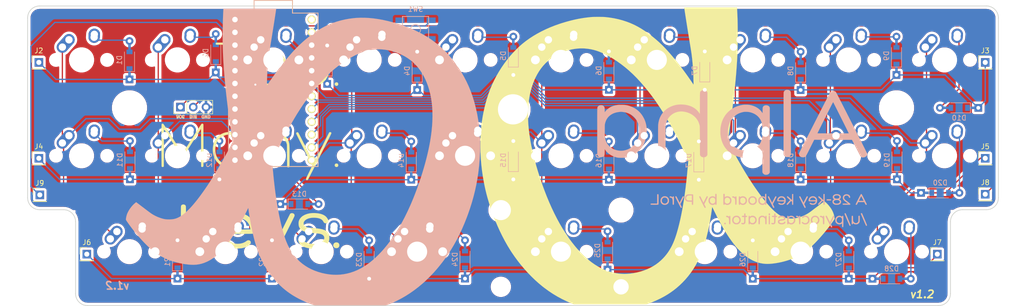
<source format=kicad_pcb>
(kicad_pcb (version 20171130) (host pcbnew "(6.0.0-rc1-dev-1668-g04a478f85)")
  (layers (0 F.Cu signal) (31 B.Cu signal) (34 B.Paste user) (35 F.Paste user) (36 B.SilkS user) (37 F.SilkS user) (38 B.Mask user) (39 F.Mask user hide) (44 Edge.Cuts user))
  (net 0 "")
  (net 1 /row0)
  (net 2 "Net-(D1-Pad2)")
  (net 3 "Net-(D2-Pad2)")
  (net 4 "Net-(D3-Pad2)")
  (net 5 "Net-(D4-Pad2)")
  (net 6 "Net-(D5-Pad2)")
  (net 7 "Net-(D6-Pad2)")
  (net 8 "Net-(D7-Pad2)")
  (net 9 "Net-(D8-Pad2)")
  (net 10 "Net-(D9-Pad2)")
  (net 11 "Net-(D10-Pad2)")
  (net 12 /row1)
  (net 13 "Net-(D11-Pad2)")
  (net 14 "Net-(D12-Pad2)")
  (net 15 "Net-(D13-Pad2)")
  (net 16 "Net-(D14-Pad2)")
  (net 17 "Net-(D15-Pad2)")
  (net 18 "Net-(D16-Pad2)")
  (net 19 "Net-(D17-Pad2)")
  (net 20 "Net-(D18-Pad2)")
  (net 21 "Net-(D19-Pad2)")
  (net 22 "Net-(D20-Pad2)")
  (net 23 /row2)
  (net 24 "Net-(D21-Pad2)")
  (net 25 "Net-(D22-Pad2)")
  (net 26 "Net-(D23-Pad2)")
  (net 27 "Net-(D24-Pad2)")
  (net 28 "Net-(D25-Pad2)")
  (net 29 "Net-(D26-Pad2)")
  (net 30 "Net-(D27-Pad2)")
  (net 31 "Net-(D28-Pad2)")
  (net 32 /col0)
  (net 33 /col1)
  (net 34 /col2)
  (net 35 /col3)
  (net 36 /col4)
  (net 37 /col5)
  (net 38 /col6)
  (net 39 /col8)
  (net 40 /col9)
  (net 41 GND)
  (net 42 VCC)
  (net 43 /col7)
  (net 44 RGB)
  (net 45 RST)
  (net 46 /col_tmo)
  (module Mounting_Holes:MountingHole_6mm (layer F.Cu) (at 161.925138 119.360258)
    (fp_text reference HC1 hide)
    (fp_text value MountingHole_6mm)
    (pad 1 np_thru_hole circle (at 0 0) (size 6 6) (drill 6) (layers *.Cu *.Mask))
  )
  (module Mounting_Holes:MountingHole_6mm (layer F.Cu) (at 238.125 119.0625)
    (fp_text reference REF** hide)
    (fp_text value MountingHole_6mm)
    (pad 1 np_thru_hole circle (at 0 0) (size 6 6) (drill 6) (layers *.Cu *.Mask))
  )
  (module Mounting_Holes:MountingHole_6mm (layer F.Cu) (at 85.725 119.0625)
    (fp_text reference REF** hide)
    (fp_text value MountingHole_6mm)
    (pad 1 np_thru_hole circle (at 0 0) (size 6 6) (drill 6) (layers *.Cu *.Mask))
  )
  (module Connector_PinHeader_2.54mm:PinHeader_1x01_P2.54mm_Vertical (layer F.Cu) (at 67.907297 136.354344)
    (fp_text reference J9 (at 0 -2.33) (layer F.SilkS))
    (fp_text value Conn_01x01_Female)
    (pad 1 thru_hole rect (at 0 0) (size 1.7 1.7) (drill 1) (layers *.Cu *.Mask) (net 46 /col_tmo))
  )
  (module Connector_PinHeader_2.54mm:PinHeader_1x01_P2.54mm_Vertical (layer F.Cu) (at 255.75 136.227344)
    (fp_text reference J8 (at 0 -2.33) (layer F.SilkS))
    (fp_text value Conn_01x01_Female)
    (pad 1 thru_hole rect (at 0 0) (size 1.7 1.7) (drill 1) (layers *.Cu *.Mask) (net 46 /col_tmo))
  )
  (module Connector_PinHeader_2.54mm:PinHeader_1x01_P2.54mm_Vertical (layer F.Cu) (at 246.225 148.133594)
    (fp_text reference J7 (at 0 -2.33) (layer F.SilkS))
    (fp_text value Conn_01x01_Female)
    (pad 1 thru_hole rect (at 0 0) (size 1.7 1.7) (drill 1) (layers *.Cu *.Mask) (net 23 /row2))
  )
  (module Connector_PinHeader_2.54mm:PinHeader_1x01_P2.54mm_Vertical (layer F.Cu) (at 77.241797 148.133594)
    (fp_text reference J6 (at 0 -2.33) (layer F.SilkS))
    (fp_text value Conn_01x01_Female)
    (pad 1 thru_hole rect (at 0 0) (size 1.7 1.7) (drill 1) (layers *.Cu *.Mask) (net 23 /row2))
  )
  (module Connector_PinHeader_2.54mm:PinHeader_1x01_P2.54mm_Vertical (layer F.Cu) (at 255.75 129.083594)
    (fp_text reference J5 (at 0 -2.33) (layer F.SilkS))
    (fp_text value Conn_01x01_Female)
    (pad 1 thru_hole rect (at 0 0) (size 1.7 1.7) (drill 1) (layers *.Cu *.Mask) (net 12 /row1))
  )
  (module Connector_PinHeader_2.54mm:PinHeader_1x01_P2.54mm_Vertical (layer F.Cu) (at 67.716797 129.083594)
    (fp_text reference J4 (at 0 -2.33) (layer F.SilkS))
    (fp_text value Conn_01x01_Female)
    (pad 1 thru_hole rect (at 0 0) (size 1.7 1.7) (drill 1) (layers *.Cu *.Mask) (net 12 /row1))
  )
  (module Connector_PinHeader_2.54mm:PinHeader_1x01_P2.54mm_Vertical (layer F.Cu) (at 255.75 110.033594)
    (fp_text reference J3 (at 0 -2.33) (layer F.SilkS))
    (fp_text value Conn_01x01_Female)
    (pad 1 thru_hole rect (at 0 0) (size 1.7 1.7) (drill 1) (layers *.Cu *.Mask) (net 1 /row0))
  )
  (module Connector_PinHeader_2.54mm:PinHeader_1x01_P2.54mm_Vertical (layer F.Cu) (at 67.716797 110.033594)
    (fp_text reference J2 (at 0 -2.33) (layer F.SilkS))
    (fp_text value Conn_01x01_Female)
    (pad 1 thru_hole rect (at 0 0) (size 1.7 1.7) (drill 1) (layers *.Cu *.Mask) (net 1 /row0))
  )
  (module combodiode:ComboDiode (layer F.Cu) (at 85.725397 109.595444 90)
    (fp_text reference D1 (at 0 -2 90) (layer B.SilkS) (effects (justify mirror)))
    (fp_text value D)
    (pad 1 connect rect (at -2.54 0 90) (size 1.524 0.5) (layers B.Cu) (net 1 /row0))
    (pad 2 connect rect (at 2.54 0 90) (size 1.524 0.5) (layers B.Cu) (net 2 "Net-(D1-Pad2)"))
    (pad 2 thru_hole circle (at 3.81 0 90) (size 1.524 1.524) (drill 0.762) (layers *.Cu *.Mask) (net 2 "Net-(D1-Pad2)"))
    (pad 1 thru_hole rect (at -3.81 0 90) (size 1.524 1.524) (drill 0.762) (layers *.Cu *.Mask) (net 1 /row0))
    (pad 2 smd rect (at 1.65 0 90) (size 0.9 1.2) (layers B.Cu B.Paste B.Mask) (net 2 "Net-(D1-Pad2)"))
    (pad 1 smd rect (at -1.65 0 90) (size 0.9 1.2) (layers B.Cu B.Paste B.Mask) (net 1 /row0))
  )
  (module combodiode:ComboDiode (layer F.Cu) (at 102.870397 108.198444 90)
    (fp_text reference D2 (at 0 -2 90) (layer B.SilkS) (effects (justify mirror)))
    (fp_text value D)
    (pad 1 connect rect (at -2.54 0 90) (size 1.524 0.5) (layers B.Cu) (net 1 /row0))
    (pad 2 connect rect (at 2.54 0 90) (size 1.524 0.5) (layers B.Cu) (net 3 "Net-(D2-Pad2)"))
    (pad 2 thru_hole circle (at 3.81 0 90) (size 1.524 1.524) (drill 0.762) (layers *.Cu *.Mask) (net 3 "Net-(D2-Pad2)"))
    (pad 1 thru_hole rect (at -3.81 0 90) (size 1.524 1.524) (drill 0.762) (layers *.Cu *.Mask) (net 1 /row0))
    (pad 2 smd rect (at 1.65 0 90) (size 0.9 1.2) (layers B.Cu B.Paste B.Mask) (net 3 "Net-(D2-Pad2)"))
    (pad 1 smd rect (at -1.65 0 90) (size 0.9 1.2) (layers B.Cu B.Paste B.Mask) (net 1 /row0))
  )
  (module combodiode:ComboDiode (layer F.Cu) (at 125.006497 110.484444 90)
    (fp_text reference D3 (at 0 -2 90) (layer B.SilkS) (effects (justify mirror)))
    (fp_text value D)
    (pad 1 connect rect (at -2.54 0 90) (size 1.524 0.5) (layers B.Cu) (net 1 /row0))
    (pad 2 connect rect (at 2.54 0 90) (size 1.524 0.5) (layers B.Cu) (net 4 "Net-(D3-Pad2)"))
    (pad 2 thru_hole circle (at 3.81 0 90) (size 1.524 1.524) (drill 0.762) (layers *.Cu *.Mask) (net 4 "Net-(D3-Pad2)"))
    (pad 1 thru_hole rect (at -3.81 0 90) (size 1.524 1.524) (drill 0.762) (layers *.Cu *.Mask) (net 1 /row0))
    (pad 2 smd rect (at 1.65 0 90) (size 0.9 1.2) (layers B.Cu B.Paste B.Mask) (net 4 "Net-(D3-Pad2)"))
    (pad 1 smd rect (at -1.65 0 90) (size 0.9 1.2) (layers B.Cu B.Paste B.Mask) (net 1 /row0))
  )
  (module combodiode:ComboDiode (layer F.Cu) (at 119.481997 138.183144)
    (fp_text reference D13 (at 0 -2) (layer B.SilkS) (effects (justify mirror)))
    (fp_text value D)
    (pad 1 connect rect (at -2.54 0) (size 1.524 0.5) (layers B.Cu) (net 12 /row1))
    (pad 2 connect rect (at 2.54 0) (size 1.524 0.5) (layers B.Cu) (net 15 "Net-(D13-Pad2)"))
    (pad 2 thru_hole circle (at 3.81 0) (size 1.524 1.524) (drill 0.762) (layers *.Cu *.Mask) (net 15 "Net-(D13-Pad2)"))
    (pad 1 thru_hole rect (at -3.81 0) (size 1.524 1.524) (drill 0.762) (layers *.Cu *.Mask) (net 12 /row1))
    (pad 2 smd rect (at 1.65 0) (size 0.9 1.2) (layers B.Cu B.Paste B.Mask) (net 15 "Net-(D13-Pad2)"))
    (pad 1 smd rect (at -1.65 0) (size 0.9 1.2) (layers B.Cu B.Paste B.Mask) (net 12 /row1))
  )
  (module combodiode:ComboDiode (layer F.Cu) (at 141.706997 129.534444 90)
    (fp_text reference D14 (at 0 -2 90) (layer B.SilkS) (effects (justify mirror)))
    (fp_text value D)
    (pad 1 connect rect (at -2.54 0 90) (size 1.524 0.5) (layers B.Cu) (net 12 /row1))
    (pad 2 connect rect (at 2.54 0 90) (size 1.524 0.5) (layers B.Cu) (net 16 "Net-(D14-Pad2)"))
    (pad 2 thru_hole circle (at 3.81 0 90) (size 1.524 1.524) (drill 0.762) (layers *.Cu *.Mask) (net 16 "Net-(D14-Pad2)"))
    (pad 1 thru_hole rect (at -3.81 0 90) (size 1.524 1.524) (drill 0.762) (layers *.Cu *.Mask) (net 12 /row1))
    (pad 2 smd rect (at 1.65 0 90) (size 0.9 1.2) (layers B.Cu B.Paste B.Mask) (net 16 "Net-(D14-Pad2)"))
    (pad 1 smd rect (at -1.65 0 90) (size 0.9 1.2) (layers B.Cu B.Paste B.Mask) (net 12 /row1))
  )
  (module combodiode:ComboDiode (layer F.Cu) (at 142.888097 111.716344 90)
    (fp_text reference D4 (at 0 -2 90) (layer B.SilkS) (effects (justify mirror)))
    (fp_text value D)
    (pad 1 connect rect (at -2.54 0 90) (size 1.524 0.5) (layers B.Cu) (net 1 /row0))
    (pad 2 connect rect (at 2.54 0 90) (size 1.524 0.5) (layers B.Cu) (net 5 "Net-(D4-Pad2)"))
    (pad 2 thru_hole circle (at 3.81 0 90) (size 1.524 1.524) (drill 0.762) (layers *.Cu *.Mask) (net 5 "Net-(D4-Pad2)"))
    (pad 1 thru_hole rect (at -3.81 0 90) (size 1.524 1.524) (drill 0.762) (layers *.Cu *.Mask) (net 1 /row0))
    (pad 2 smd rect (at 1.65 0 90) (size 0.9 1.2) (layers B.Cu B.Paste B.Mask) (net 5 "Net-(D4-Pad2)"))
    (pad 1 smd rect (at -1.65 0 90) (size 0.9 1.2) (layers B.Cu B.Paste B.Mask) (net 1 /row0))
  )
  (module combodiode:ComboDiode (layer F.Cu) (at 161.988897 108.719144 90)
    (fp_text reference D5 (at 0 -2 90) (layer B.SilkS) (effects (justify mirror)))
    (fp_text value D)
    (pad 1 connect rect (at -2.54 0 90) (size 1.524 0.5) (layers B.Cu) (net 1 /row0))
    (pad 2 connect rect (at 2.54 0 90) (size 1.524 0.5) (layers B.Cu) (net 6 "Net-(D5-Pad2)"))
    (pad 2 thru_hole circle (at 3.81 0 90) (size 1.524 1.524) (drill 0.762) (layers *.Cu *.Mask) (net 6 "Net-(D5-Pad2)"))
    (pad 1 thru_hole rect (at -3.81 0 90) (size 1.524 1.524) (drill 0.762) (layers *.Cu *.Mask) (net 1 /row0))
    (pad 2 smd rect (at 1.65 0 90) (size 0.9 1.2) (layers B.Cu B.Paste B.Mask) (net 6 "Net-(D5-Pad2)"))
    (pad 1 smd rect (at -1.65 0 90) (size 0.9 1.2) (layers B.Cu B.Paste B.Mask) (net 1 /row0))
  )
  (module combodiode:ComboDiode (layer F.Cu) (at 161.988897 129.470944 90)
    (fp_text reference D15 (at 0 -2 90) (layer B.SilkS) (effects (justify mirror)))
    (fp_text value D)
    (pad 1 connect rect (at -2.54 0 90) (size 1.524 0.5) (layers B.Cu) (net 12 /row1))
    (pad 2 connect rect (at 2.54 0 90) (size 1.524 0.5) (layers B.Cu) (net 17 "Net-(D15-Pad2)"))
    (pad 2 thru_hole circle (at 3.81 0 90) (size 1.524 1.524) (drill 0.762) (layers *.Cu *.Mask) (net 17 "Net-(D15-Pad2)"))
    (pad 1 thru_hole rect (at -3.81 0 90) (size 1.524 1.524) (drill 0.762) (layers *.Cu *.Mask) (net 12 /row1))
    (pad 2 smd rect (at 1.65 0 90) (size 0.9 1.2) (layers B.Cu B.Paste B.Mask) (net 17 "Net-(D15-Pad2)"))
    (pad 1 smd rect (at -1.65 0 90) (size 0.9 1.2) (layers B.Cu B.Paste B.Mask) (net 12 /row1))
  )
  (module combodiode:ComboDiode (layer F.Cu) (at 180.975397 129.534444 90)
    (fp_text reference D16 (at 0 -2 90) (layer B.SilkS) (effects (justify mirror)))
    (fp_text value D)
    (pad 1 connect rect (at -2.54 0 90) (size 1.524 0.5) (layers B.Cu) (net 12 /row1))
    (pad 2 connect rect (at 2.54 0 90) (size 1.524 0.5) (layers B.Cu) (net 18 "Net-(D16-Pad2)"))
    (pad 2 thru_hole circle (at 3.81 0 90) (size 1.524 1.524) (drill 0.762) (layers *.Cu *.Mask) (net 18 "Net-(D16-Pad2)"))
    (pad 1 thru_hole rect (at -3.81 0 90) (size 1.524 1.524) (drill 0.762) (layers *.Cu *.Mask) (net 12 /row1))
    (pad 2 smd rect (at 1.65 0 90) (size 0.9 1.2) (layers B.Cu B.Paste B.Mask) (net 18 "Net-(D16-Pad2)"))
    (pad 1 smd rect (at -1.65 0 90) (size 0.9 1.2) (layers B.Cu B.Paste B.Mask) (net 12 /row1))
  )
  (module combodiode:ComboDiode (layer F.Cu) (at 180.975397 111.665544 90)
    (fp_text reference D6 (at 0 -2 90) (layer B.SilkS) (effects (justify mirror)))
    (fp_text value D)
    (pad 1 connect rect (at -2.54 0 90) (size 1.524 0.5) (layers B.Cu) (net 1 /row0))
    (pad 2 connect rect (at 2.54 0 90) (size 1.524 0.5) (layers B.Cu) (net 7 "Net-(D6-Pad2)"))
    (pad 2 thru_hole circle (at 3.81 0 90) (size 1.524 1.524) (drill 0.762) (layers *.Cu *.Mask) (net 7 "Net-(D6-Pad2)"))
    (pad 1 thru_hole rect (at -3.81 0 90) (size 1.524 1.524) (drill 0.762) (layers *.Cu *.Mask) (net 1 /row0))
    (pad 2 smd rect (at 1.65 0 90) (size 0.9 1.2) (layers B.Cu B.Paste B.Mask) (net 7 "Net-(D6-Pad2)"))
    (pad 1 smd rect (at -1.65 0 90) (size 0.9 1.2) (layers B.Cu B.Paste B.Mask) (net 1 /row0))
  )
  (module combodiode:ComboDiode (layer F.Cu) (at 200.025397 111.665544 90)
    (fp_text reference D7 (at 0 -2 90) (layer B.SilkS) (effects (justify mirror)))
    (fp_text value D)
    (pad 1 connect rect (at -2.54 0 90) (size 1.524 0.5) (layers B.Cu) (net 1 /row0))
    (pad 2 connect rect (at 2.54 0 90) (size 1.524 0.5) (layers B.Cu) (net 8 "Net-(D7-Pad2)"))
    (pad 2 thru_hole circle (at 3.81 0 90) (size 1.524 1.524) (drill 0.762) (layers *.Cu *.Mask) (net 8 "Net-(D7-Pad2)"))
    (pad 1 thru_hole rect (at -3.81 0 90) (size 1.524 1.524) (drill 0.762) (layers *.Cu *.Mask) (net 1 /row0))
    (pad 2 smd rect (at 1.65 0 90) (size 0.9 1.2) (layers B.Cu B.Paste B.Mask) (net 8 "Net-(D7-Pad2)"))
    (pad 1 smd rect (at -1.65 0 90) (size 0.9 1.2) (layers B.Cu B.Paste B.Mask) (net 1 /row0))
  )
  (module combodiode:ComboDiode (layer F.Cu) (at 198.844297 129.534444 90)
    (fp_text reference D17 (at 0 -2 90) (layer B.SilkS) (effects (justify mirror)))
    (fp_text value D)
    (pad 1 connect rect (at -2.54 0 90) (size 1.524 0.5) (layers B.Cu) (net 12 /row1))
    (pad 2 connect rect (at 2.54 0 90) (size 1.524 0.5) (layers B.Cu) (net 19 "Net-(D17-Pad2)"))
    (pad 2 thru_hole circle (at 3.81 0 90) (size 1.524 1.524) (drill 0.762) (layers *.Cu *.Mask) (net 19 "Net-(D17-Pad2)"))
    (pad 1 thru_hole rect (at -3.81 0 90) (size 1.524 1.524) (drill 0.762) (layers *.Cu *.Mask) (net 12 /row1))
    (pad 2 smd rect (at 1.65 0 90) (size 0.9 1.2) (layers B.Cu B.Paste B.Mask) (net 19 "Net-(D17-Pad2)"))
    (pad 1 smd rect (at -1.65 0 90) (size 0.9 1.2) (layers B.Cu B.Paste B.Mask) (net 12 /row1))
  )
  (module combodiode:ComboDiode (layer F.Cu) (at 219.075397 129.470944 90)
    (fp_text reference D18 (at 0 -2 90) (layer B.SilkS) (effects (justify mirror)))
    (fp_text value D)
    (pad 1 connect rect (at -2.54 0 90) (size 1.524 0.5) (layers B.Cu) (net 12 /row1))
    (pad 2 connect rect (at 2.54 0 90) (size 1.524 0.5) (layers B.Cu) (net 20 "Net-(D18-Pad2)"))
    (pad 2 thru_hole circle (at 3.81 0 90) (size 1.524 1.524) (drill 0.762) (layers *.Cu *.Mask) (net 20 "Net-(D18-Pad2)"))
    (pad 1 thru_hole rect (at -3.81 0 90) (size 1.524 1.524) (drill 0.762) (layers *.Cu *.Mask) (net 12 /row1))
    (pad 2 smd rect (at 1.65 0 90) (size 0.9 1.2) (layers B.Cu B.Paste B.Mask) (net 20 "Net-(D18-Pad2)"))
    (pad 1 smd rect (at -1.65 0 90) (size 0.9 1.2) (layers B.Cu B.Paste B.Mask) (net 12 /row1))
  )
  (module combodiode:ComboDiode (layer F.Cu) (at 219.075397 111.716344 90)
    (fp_text reference D8 (at 0 -2 90) (layer B.SilkS) (effects (justify mirror)))
    (fp_text value D)
    (pad 1 connect rect (at -2.54 0 90) (size 1.524 0.5) (layers B.Cu) (net 1 /row0))
    (pad 2 connect rect (at 2.54 0 90) (size 1.524 0.5) (layers B.Cu) (net 9 "Net-(D8-Pad2)"))
    (pad 2 thru_hole circle (at 3.81 0 90) (size 1.524 1.524) (drill 0.762) (layers *.Cu *.Mask) (net 9 "Net-(D8-Pad2)"))
    (pad 1 thru_hole rect (at -3.81 0 90) (size 1.524 1.524) (drill 0.762) (layers *.Cu *.Mask) (net 1 /row0))
    (pad 2 smd rect (at 1.65 0 90) (size 0.9 1.2) (layers B.Cu B.Paste B.Mask) (net 9 "Net-(D8-Pad2)"))
    (pad 1 smd rect (at -1.65 0 90) (size 0.9 1.2) (layers B.Cu B.Paste B.Mask) (net 1 /row0))
  )
  (module combodiode:ComboDiode (layer F.Cu) (at 85.814297 129.445544 90)
    (fp_text reference D11 (at 0 -2 90) (layer B.SilkS) (effects (justify mirror)))
    (fp_text value D)
    (pad 1 connect rect (at -2.54 0 90) (size 1.524 0.5) (layers B.Cu) (net 12 /row1))
    (pad 2 connect rect (at 2.54 0 90) (size 1.524 0.5) (layers B.Cu) (net 13 "Net-(D11-Pad2)"))
    (pad 2 thru_hole circle (at 3.81 0 90) (size 1.524 1.524) (drill 0.762) (layers *.Cu *.Mask) (net 13 "Net-(D11-Pad2)"))
    (pad 1 thru_hole rect (at -3.81 0 90) (size 1.524 1.524) (drill 0.762) (layers *.Cu *.Mask) (net 12 /row1))
    (pad 2 smd rect (at 1.65 0 90) (size 0.9 1.2) (layers B.Cu B.Paste B.Mask) (net 13 "Net-(D11-Pad2)"))
    (pad 1 smd rect (at -1.65 0 90) (size 0.9 1.2) (layers B.Cu B.Paste B.Mask) (net 12 /row1))
  )
  (module combodiode:ComboDiode (layer F.Cu) (at 103.584375 129.470944 90)
    (fp_text reference D12 (at 0 -2 90) (layer B.SilkS) (effects (justify mirror)))
    (fp_text value D)
    (pad 1 connect rect (at -2.54 0 90) (size 1.524 0.5) (layers B.Cu) (net 12 /row1))
    (pad 2 connect rect (at 2.54 0 90) (size 1.524 0.5) (layers B.Cu) (net 14 "Net-(D12-Pad2)"))
    (pad 2 thru_hole circle (at 3.81 0 90) (size 1.524 1.524) (drill 0.762) (layers *.Cu *.Mask) (net 14 "Net-(D12-Pad2)"))
    (pad 1 thru_hole rect (at -3.81 0 90) (size 1.524 1.524) (drill 0.762) (layers *.Cu *.Mask) (net 12 /row1))
    (pad 2 smd rect (at 1.65 0 90) (size 0.9 1.2) (layers B.Cu B.Paste B.Mask) (net 14 "Net-(D12-Pad2)"))
    (pad 1 smd rect (at -1.65 0 90) (size 0.9 1.2) (layers B.Cu B.Paste B.Mask) (net 12 /row1))
  )
  (module combodiode:ComboDiode (layer F.Cu) (at 95.263097 149.181344 90)
    (fp_text reference D21 (at 0 -2 90) (layer B.SilkS) (effects (justify mirror)))
    (fp_text value D)
    (pad 1 connect rect (at -2.54 0 90) (size 1.524 0.5) (layers B.Cu) (net 23 /row2))
    (pad 2 connect rect (at 2.54 0 90) (size 1.524 0.5) (layers B.Cu) (net 24 "Net-(D21-Pad2)"))
    (pad 2 thru_hole circle (at 3.81 0 90) (size 1.524 1.524) (drill 0.762) (layers *.Cu *.Mask) (net 24 "Net-(D21-Pad2)"))
    (pad 1 thru_hole rect (at -3.81 0 90) (size 1.524 1.524) (drill 0.762) (layers *.Cu *.Mask) (net 23 /row2))
    (pad 2 smd rect (at 1.65 0 90) (size 0.9 1.2) (layers B.Cu B.Paste B.Mask) (net 24 "Net-(D21-Pad2)"))
    (pad 1 smd rect (at -1.65 0 90) (size 0.9 1.2) (layers B.Cu B.Paste B.Mask) (net 23 /row2))
  )
  (module combodiode:ComboDiode (layer F.Cu) (at 114.033697 149.181344 90)
    (fp_text reference D22 (at 0 -2 90) (layer B.SilkS) (effects (justify mirror)))
    (fp_text value D)
    (pad 1 connect rect (at -2.54 0 90) (size 1.524 0.5) (layers B.Cu) (net 23 /row2))
    (pad 2 connect rect (at 2.54 0 90) (size 1.524 0.5) (layers B.Cu) (net 25 "Net-(D22-Pad2)"))
    (pad 2 thru_hole circle (at 3.81 0 90) (size 1.524 1.524) (drill 0.762) (layers *.Cu *.Mask) (net 25 "Net-(D22-Pad2)"))
    (pad 1 thru_hole rect (at -3.81 0 90) (size 1.524 1.524) (drill 0.762) (layers *.Cu *.Mask) (net 23 /row2))
    (pad 2 smd rect (at 1.65 0 90) (size 0.9 1.2) (layers B.Cu B.Paste B.Mask) (net 25 "Net-(D22-Pad2)"))
    (pad 1 smd rect (at -1.65 0 90) (size 0.9 1.2) (layers B.Cu B.Paste B.Mask) (net 23 /row2))
  )
  (module combodiode:ComboDiode (layer F.Cu) (at 133.337697 149.206744 90)
    (fp_text reference D23 (at 0 -2 90) (layer B.SilkS) (effects (justify mirror)))
    (fp_text value D)
    (pad 1 connect rect (at -2.54 0 90) (size 1.524 0.5) (layers B.Cu) (net 23 /row2))
    (pad 2 connect rect (at 2.54 0 90) (size 1.524 0.5) (layers B.Cu) (net 26 "Net-(D23-Pad2)"))
    (pad 2 thru_hole circle (at 3.81 0 90) (size 1.524 1.524) (drill 0.762) (layers *.Cu *.Mask) (net 26 "Net-(D23-Pad2)"))
    (pad 1 thru_hole rect (at -3.81 0 90) (size 1.524 1.524) (drill 0.762) (layers *.Cu *.Mask) (net 23 /row2))
    (pad 2 smd rect (at 1.65 0 90) (size 0.9 1.2) (layers B.Cu B.Paste B.Mask) (net 26 "Net-(D23-Pad2)"))
    (pad 1 smd rect (at -1.65 0 90) (size 0.9 1.2) (layers B.Cu B.Paste B.Mask) (net 23 /row2))
  )
  (module combodiode:ComboDiode (layer F.Cu) (at 152.387697 149.181344 90)
    (fp_text reference D24 (at 0 -2 90) (layer B.SilkS) (effects (justify mirror)))
    (fp_text value D)
    (pad 1 connect rect (at -2.54 0 90) (size 1.524 0.5) (layers B.Cu) (net 23 /row2))
    (pad 2 connect rect (at 2.54 0 90) (size 1.524 0.5) (layers B.Cu) (net 27 "Net-(D24-Pad2)"))
    (pad 2 thru_hole circle (at 3.81 0 90) (size 1.524 1.524) (drill 0.762) (layers *.Cu *.Mask) (net 27 "Net-(D24-Pad2)"))
    (pad 1 thru_hole rect (at -3.81 0 90) (size 1.524 1.524) (drill 0.762) (layers *.Cu *.Mask) (net 23 /row2))
    (pad 2 smd rect (at 1.65 0 90) (size 0.9 1.2) (layers B.Cu B.Paste B.Mask) (net 27 "Net-(D24-Pad2)"))
    (pad 1 smd rect (at -1.65 0 90) (size 0.9 1.2) (layers B.Cu B.Paste B.Mask) (net 23 /row2))
  )
  (module combodiode:ComboDiode (layer F.Cu) (at 180.708697 147.403344 90)
    (fp_text reference D25 (at 0 -2 90) (layer B.SilkS) (effects (justify mirror)))
    (fp_text value D)
    (pad 1 connect rect (at -2.54 0 90) (size 1.524 0.5) (layers B.Cu) (net 23 /row2))
    (pad 2 connect rect (at 2.54 0 90) (size 1.524 0.5) (layers B.Cu) (net 28 "Net-(D25-Pad2)"))
    (pad 2 thru_hole circle (at 3.81 0 90) (size 1.524 1.524) (drill 0.762) (layers *.Cu *.Mask) (net 28 "Net-(D25-Pad2)"))
    (pad 1 thru_hole rect (at -3.81 0 90) (size 1.524 1.524) (drill 0.762) (layers *.Cu *.Mask) (net 23 /row2))
    (pad 2 smd rect (at 1.65 0 90) (size 0.9 1.2) (layers B.Cu B.Paste B.Mask) (net 28 "Net-(D25-Pad2)"))
    (pad 1 smd rect (at -1.65 0 90) (size 0.9 1.2) (layers B.Cu B.Paste B.Mask) (net 23 /row2))
  )
  (module combodiode:ComboDiode (layer F.Cu) (at 209.563097 149.206744 90)
    (fp_text reference D26 (at 0 -2 90) (layer B.SilkS) (effects (justify mirror)))
    (fp_text value D)
    (pad 1 connect rect (at -2.54 0 90) (size 1.524 0.5) (layers B.Cu) (net 23 /row2))
    (pad 2 connect rect (at 2.54 0 90) (size 1.524 0.5) (layers B.Cu) (net 29 "Net-(D26-Pad2)"))
    (pad 2 thru_hole circle (at 3.81 0 90) (size 1.524 1.524) (drill 0.762) (layers *.Cu *.Mask) (net 29 "Net-(D26-Pad2)"))
    (pad 1 thru_hole rect (at -3.81 0 90) (size 1.524 1.524) (drill 0.762) (layers *.Cu *.Mask) (net 23 /row2))
    (pad 2 smd rect (at 1.65 0 90) (size 0.9 1.2) (layers B.Cu B.Paste B.Mask) (net 29 "Net-(D26-Pad2)"))
    (pad 1 smd rect (at -1.65 0 90) (size 0.9 1.2) (layers B.Cu B.Paste B.Mask) (net 23 /row2))
  )
  (module combodiode:ComboDiode (layer F.Cu) (at 228.638497 149.206744 90)
    (fp_text reference D27 (at 0 -2 90) (layer B.SilkS) (effects (justify mirror)))
    (fp_text value D)
    (pad 1 connect rect (at -2.54 0 90) (size 1.524 0.5) (layers B.Cu) (net 23 /row2))
    (pad 2 connect rect (at 2.54 0 90) (size 1.524 0.5) (layers B.Cu) (net 30 "Net-(D27-Pad2)"))
    (pad 2 thru_hole circle (at 3.81 0 90) (size 1.524 1.524) (drill 0.762) (layers *.Cu *.Mask) (net 30 "Net-(D27-Pad2)"))
    (pad 1 thru_hole rect (at -3.81 0 90) (size 1.524 1.524) (drill 0.762) (layers *.Cu *.Mask) (net 23 /row2))
    (pad 2 smd rect (at 1.65 0 90) (size 0.9 1.2) (layers B.Cu B.Paste B.Mask) (net 30 "Net-(D27-Pad2)"))
    (pad 1 smd rect (at -1.65 0 90) (size 0.9 1.2) (layers B.Cu B.Paste B.Mask) (net 23 /row2))
  )
  (module combodiode:ComboDiode (layer F.Cu) (at 237.147497 153.016744)
    (fp_text reference D28 (at 0 -2) (layer B.SilkS) (effects (justify mirror)))
    (fp_text value D)
    (pad 1 connect rect (at -2.54 0) (size 1.524 0.5) (layers B.Cu) (net 23 /row2))
    (pad 2 connect rect (at 2.54 0) (size 1.524 0.5) (layers B.Cu) (net 31 "Net-(D28-Pad2)"))
    (pad 2 thru_hole circle (at 3.81 0) (size 1.524 1.524) (drill 0.762) (layers *.Cu *.Mask) (net 31 "Net-(D28-Pad2)"))
    (pad 1 thru_hole rect (at -3.81 0) (size 1.524 1.524) (drill 0.762) (layers *.Cu *.Mask) (net 23 /row2))
    (pad 2 smd rect (at 1.65 0) (size 0.9 1.2) (layers B.Cu B.Paste B.Mask) (net 31 "Net-(D28-Pad2)"))
    (pad 1 smd rect (at -1.65 0) (size 0.9 1.2) (layers B.Cu B.Paste B.Mask) (net 23 /row2))
  )
  (module combodiode:ComboDiode (layer F.Cu) (at 238.214297 129.445544 90)
    (fp_text reference D19 (at 0 -2 90) (layer B.SilkS) (effects (justify mirror)))
    (fp_text value D)
    (pad 1 connect rect (at -2.54 0 90) (size 1.524 0.5) (layers B.Cu) (net 12 /row1))
    (pad 2 connect rect (at 2.54 0 90) (size 1.524 0.5) (layers B.Cu) (net 21 "Net-(D19-Pad2)"))
    (pad 2 thru_hole circle (at 3.81 0 90) (size 1.524 1.524) (drill 0.762) (layers *.Cu *.Mask) (net 21 "Net-(D19-Pad2)"))
    (pad 1 thru_hole rect (at -3.81 0 90) (size 1.524 1.524) (drill 0.762) (layers *.Cu *.Mask) (net 12 /row1))
    (pad 2 smd rect (at 1.65 0 90) (size 0.9 1.2) (layers B.Cu B.Paste B.Mask) (net 21 "Net-(D19-Pad2)"))
    (pad 1 smd rect (at -1.65 0 90) (size 0.9 1.2) (layers B.Cu B.Paste B.Mask) (net 12 /row1))
  )
  (module combodiode:ComboDiode (layer F.Cu) (at 246.798497 135.947944)
    (fp_text reference D20 (at 0 -2) (layer B.SilkS) (effects (justify mirror)))
    (fp_text value D)
    (pad 1 connect rect (at -2.54 0) (size 1.524 0.5) (layers B.Cu) (net 12 /row1))
    (pad 2 connect rect (at 2.54 0) (size 1.524 0.5) (layers B.Cu) (net 22 "Net-(D20-Pad2)"))
    (pad 2 thru_hole circle (at 3.81 0) (size 1.524 1.524) (drill 0.762) (layers *.Cu *.Mask) (net 22 "Net-(D20-Pad2)"))
    (pad 1 thru_hole rect (at -3.81 0) (size 1.524 1.524) (drill 0.762) (layers *.Cu *.Mask) (net 12 /row1))
    (pad 2 smd rect (at 1.65 0) (size 0.9 1.2) (layers B.Cu B.Paste B.Mask) (net 22 "Net-(D20-Pad2)"))
    (pad 1 smd rect (at -1.65 0) (size 0.9 1.2) (layers B.Cu B.Paste B.Mask) (net 12 /row1))
  )
  (module combodiode:ComboDiode (layer F.Cu) (at 250.558697 119.062602 180)
    (fp_text reference D10 (at 0 -2 180) (layer B.SilkS) (effects (justify mirror)))
    (fp_text value D)
    (pad 1 connect rect (at -2.54 0 180) (size 1.524 0.5) (layers B.Cu) (net 1 /row0))
    (pad 2 connect rect (at 2.54 0 180) (size 1.524 0.5) (layers B.Cu) (net 11 "Net-(D10-Pad2)"))
    (pad 2 thru_hole circle (at 3.81 0 180) (size 1.524 1.524) (drill 0.762) (layers *.Cu *.Mask) (net 11 "Net-(D10-Pad2)"))
    (pad 1 thru_hole rect (at -3.81 0 180) (size 1.524 1.524) (drill 0.762) (layers *.Cu *.Mask) (net 1 /row0))
    (pad 2 smd rect (at 1.65 0 180) (size 0.9 1.2) (layers B.Cu B.Paste B.Mask) (net 11 "Net-(D10-Pad2)"))
    (pad 1 smd rect (at -1.65 0 180) (size 0.9 1.2) (layers B.Cu B.Paste B.Mask) (net 1 /row0))
  )
  (module combodiode:ComboDiode (layer F.Cu) (at 238.112697 108.719144 90)
    (fp_text reference D9 (at 0 -2 90) (layer B.SilkS) (effects (justify mirror)))
    (fp_text value D)
    (pad 1 connect rect (at -2.54 0 90) (size 1.524 0.5) (layers B.Cu) (net 1 /row0))
    (pad 2 connect rect (at 2.54 0 90) (size 1.524 0.5) (layers B.Cu) (net 10 "Net-(D9-Pad2)"))
    (pad 2 thru_hole circle (at 3.81 0 90) (size 1.524 1.524) (drill 0.762) (layers *.Cu *.Mask) (net 10 "Net-(D9-Pad2)"))
    (pad 1 thru_hole rect (at -3.81 0 90) (size 1.524 1.524) (drill 0.762) (layers *.Cu *.Mask) (net 1 /row0))
    (pad 2 smd rect (at 1.65 0 90) (size 0.9 1.2) (layers B.Cu B.Paste B.Mask) (net 10 "Net-(D9-Pad2)"))
    (pad 1 smd rect (at -1.65 0 90) (size 0.9 1.2) (layers B.Cu B.Paste B.Mask) (net 1 /row0))
  )
  (module MX_Alps_Hybrid:MX-1U-NoLED (layer F.Cu) (at 76.2 109.5375)
    (fp_text reference K1)
    (fp_text value KEYSW)
    (pad "" np_thru_hole circle (at 5.08 0 48.0996) (size 1.75 1.75) (drill 1.75) (layers *.Cu *.Mask))
    (pad "" np_thru_hole circle (at -5.08 0 48.0996) (size 1.75 1.75) (drill 1.75) (layers *.Cu *.Mask))
    (pad 1 thru_hole circle (at -2.5 -4) (size 2.25 2.25) (drill 1.47) (layers *.Cu B.Mask) (net 32 /col0))
    (pad "" np_thru_hole circle (at 0 0) (size 3.9878 3.9878) (drill 3.9878) (layers *.Cu *.Mask))
    (pad 1 thru_hole oval (at -3.81 -2.54 48.0996) (size 4.211556 2.25) (drill 1.47 (offset 0.980778 0)) (layers *.Cu B.Mask) (net 32 /col0))
    (pad 2 thru_hole circle (at 2.54 -5.08) (size 2.25 2.25) (drill 1.47) (layers *.Cu B.Mask) (net 2 "Net-(D1-Pad2)"))
    (pad 2 thru_hole oval (at 2.5 -4.5 86.0548) (size 2.831378 2.25) (drill 1.47 (offset 0.290689 0)) (layers *.Cu B.Mask) (net 2 "Net-(D1-Pad2)"))
  )
  (module MX_Alps_Hybrid:MX-1U-NoLED (layer F.Cu) (at 114.3 109.5375)
    (fp_text reference K3)
    (fp_text value KEYSW)
    (pad "" np_thru_hole circle (at 5.08 0 48.0996) (size 1.75 1.75) (drill 1.75) (layers *.Cu *.Mask))
    (pad "" np_thru_hole circle (at -5.08 0 48.0996) (size 1.75 1.75) (drill 1.75) (layers *.Cu *.Mask))
    (pad 1 thru_hole circle (at -2.5 -4) (size 2.25 2.25) (drill 1.47) (layers *.Cu B.Mask) (net 34 /col2))
    (pad "" np_thru_hole circle (at 0 0) (size 3.9878 3.9878) (drill 3.9878) (layers *.Cu *.Mask))
    (pad 1 thru_hole oval (at -3.81 -2.54 48.0996) (size 4.211556 2.25) (drill 1.47 (offset 0.980778 0)) (layers *.Cu B.Mask) (net 34 /col2))
    (pad 2 thru_hole circle (at 2.54 -5.08) (size 2.25 2.25) (drill 1.47) (layers *.Cu B.Mask) (net 4 "Net-(D3-Pad2)"))
    (pad 2 thru_hole oval (at 2.5 -4.5 86.0548) (size 2.831378 2.25) (drill 1.47 (offset 0.290689 0)) (layers *.Cu B.Mask) (net 4 "Net-(D3-Pad2)"))
  )
  (module MX_Alps_Hybrid:MX-1U-NoLED (layer F.Cu) (at 95.25 109.5375)
    (fp_text reference K2)
    (fp_text value KEYSW)
    (pad "" np_thru_hole circle (at 5.08 0 48.0996) (size 1.75 1.75) (drill 1.75) (layers *.Cu *.Mask))
    (pad "" np_thru_hole circle (at -5.08 0 48.0996) (size 1.75 1.75) (drill 1.75) (layers *.Cu *.Mask))
    (pad 1 thru_hole circle (at -2.5 -4) (size 2.25 2.25) (drill 1.47) (layers *.Cu B.Mask) (net 33 /col1))
    (pad "" np_thru_hole circle (at 0 0) (size 3.9878 3.9878) (drill 3.9878) (layers *.Cu *.Mask))
    (pad 1 thru_hole oval (at -3.81 -2.54 48.0996) (size 4.211556 2.25) (drill 1.47 (offset 0.980778 0)) (layers *.Cu B.Mask) (net 33 /col1))
    (pad 2 thru_hole circle (at 2.54 -5.08) (size 2.25 2.25) (drill 1.47) (layers *.Cu B.Mask) (net 3 "Net-(D2-Pad2)"))
    (pad 2 thru_hole oval (at 2.5 -4.5 86.0548) (size 2.831378 2.25) (drill 1.47 (offset 0.290689 0)) (layers *.Cu B.Mask) (net 3 "Net-(D2-Pad2)"))
  )
  (module MX_Alps_Hybrid:MX-1U-NoLED (layer F.Cu) (at 238.125 147.6375)
    (fp_text reference K28)
    (fp_text value KEYSW)
    (pad "" np_thru_hole circle (at 5.08 0 48.0996) (size 1.75 1.75) (drill 1.75) (layers *.Cu *.Mask))
    (pad "" np_thru_hole circle (at -5.08 0 48.0996) (size 1.75 1.75) (drill 1.75) (layers *.Cu *.Mask))
    (pad 1 thru_hole circle (at -2.5 -4) (size 2.25 2.25) (drill 1.47) (layers *.Cu B.Mask) (net 40 /col9))
    (pad "" np_thru_hole circle (at 0 0) (size 3.9878 3.9878) (drill 3.9878) (layers *.Cu *.Mask))
    (pad 1 thru_hole oval (at -3.81 -2.54 48.0996) (size 4.211556 2.25) (drill 1.47 (offset 0.980778 0)) (layers *.Cu B.Mask) (net 40 /col9))
    (pad 2 thru_hole circle (at 2.54 -5.08) (size 2.25 2.25) (drill 1.47) (layers *.Cu B.Mask) (net 31 "Net-(D28-Pad2)"))
    (pad 2 thru_hole oval (at 2.5 -4.5 86.0548) (size 2.831378 2.25) (drill 1.47 (offset 0.290689 0)) (layers *.Cu B.Mask) (net 31 "Net-(D28-Pad2)"))
  )
  (module MX_Alps_Hybrid:MX-1U-NoLED (layer F.Cu) (at 219.075 147.6375)
    (fp_text reference K27)
    (fp_text value KEYSW)
    (pad "" np_thru_hole circle (at 5.08 0 48.0996) (size 1.75 1.75) (drill 1.75) (layers *.Cu *.Mask))
    (pad "" np_thru_hole circle (at -5.08 0 48.0996) (size 1.75 1.75) (drill 1.75) (layers *.Cu *.Mask))
    (pad 1 thru_hole circle (at -2.5 -4) (size 2.25 2.25) (drill 1.47) (layers *.Cu B.Mask) (net 39 /col8))
    (pad "" np_thru_hole circle (at 0 0) (size 3.9878 3.9878) (drill 3.9878) (layers *.Cu *.Mask))
    (pad 1 thru_hole oval (at -3.81 -2.54 48.0996) (size 4.211556 2.25) (drill 1.47 (offset 0.980778 0)) (layers *.Cu B.Mask) (net 39 /col8))
    (pad 2 thru_hole circle (at 2.54 -5.08) (size 2.25 2.25) (drill 1.47) (layers *.Cu B.Mask) (net 30 "Net-(D27-Pad2)"))
    (pad 2 thru_hole oval (at 2.5 -4.5 86.0548) (size 2.831378 2.25) (drill 1.47 (offset 0.290689 0)) (layers *.Cu B.Mask) (net 30 "Net-(D27-Pad2)"))
  )
  (module MX_Alps_Hybrid:MX-1U-NoLED (layer F.Cu) (at 200.025 147.6375)
    (fp_text reference K26)
    (fp_text value KEYSW)
    (pad "" np_thru_hole circle (at 5.08 0 48.0996) (size 1.75 1.75) (drill 1.75) (layers *.Cu *.Mask))
    (pad "" np_thru_hole circle (at -5.08 0 48.0996) (size 1.75 1.75) (drill 1.75) (layers *.Cu *.Mask))
    (pad 1 thru_hole circle (at -2.5 -4) (size 2.25 2.25) (drill 1.47) (layers *.Cu B.Mask) (net 43 /col7))
    (pad "" np_thru_hole circle (at 0 0) (size 3.9878 3.9878) (drill 3.9878) (layers *.Cu *.Mask))
    (pad 1 thru_hole oval (at -3.81 -2.54 48.0996) (size 4.211556 2.25) (drill 1.47 (offset 0.980778 0)) (layers *.Cu B.Mask) (net 43 /col7))
    (pad 2 thru_hole circle (at 2.54 -5.08) (size 2.25 2.25) (drill 1.47) (layers *.Cu B.Mask) (net 29 "Net-(D26-Pad2)"))
    (pad 2 thru_hole oval (at 2.5 -4.5 86.0548) (size 2.831378 2.25) (drill 1.47 (offset 0.290689 0)) (layers *.Cu B.Mask) (net 29 "Net-(D26-Pad2)"))
  )
  (module MX_Alps_Hybrid:MX-1U-NoLED (layer F.Cu) (at 142.875 147.6375)
    (fp_text reference K24)
    (fp_text value KEYSW)
    (pad "" np_thru_hole circle (at 5.08 0 48.0996) (size 1.75 1.75) (drill 1.75) (layers *.Cu *.Mask))
    (pad "" np_thru_hole circle (at -5.08 0 48.0996) (size 1.75 1.75) (drill 1.75) (layers *.Cu *.Mask))
    (pad 1 thru_hole circle (at -2.5 -4) (size 2.25 2.25) (drill 1.47) (layers *.Cu B.Mask) (net 35 /col3))
    (pad "" np_thru_hole circle (at 0 0) (size 3.9878 3.9878) (drill 3.9878) (layers *.Cu *.Mask))
    (pad 1 thru_hole oval (at -3.81 -2.54 48.0996) (size 4.211556 2.25) (drill 1.47 (offset 0.980778 0)) (layers *.Cu B.Mask) (net 35 /col3))
    (pad 2 thru_hole circle (at 2.54 -5.08) (size 2.25 2.25) (drill 1.47) (layers *.Cu B.Mask) (net 27 "Net-(D24-Pad2)"))
    (pad 2 thru_hole oval (at 2.5 -4.5 86.0548) (size 2.831378 2.25) (drill 1.47 (offset 0.290689 0)) (layers *.Cu B.Mask) (net 27 "Net-(D24-Pad2)"))
  )
  (module MX_Alps_Hybrid:MX-1U-NoLED (layer F.Cu) (at 123.825 147.6375)
    (fp_text reference K23)
    (fp_text value KEYSW)
    (pad "" np_thru_hole circle (at 5.08 0 48.0996) (size 1.75 1.75) (drill 1.75) (layers *.Cu *.Mask))
    (pad "" np_thru_hole circle (at -5.08 0 48.0996) (size 1.75 1.75) (drill 1.75) (layers *.Cu *.Mask))
    (pad 1 thru_hole circle (at -2.5 -4) (size 2.25 2.25) (drill 1.47) (layers *.Cu B.Mask) (net 34 /col2))
    (pad "" np_thru_hole circle (at 0 0) (size 3.9878 3.9878) (drill 3.9878) (layers *.Cu *.Mask))
    (pad 1 thru_hole oval (at -3.81 -2.54 48.0996) (size 4.211556 2.25) (drill 1.47 (offset 0.980778 0)) (layers *.Cu B.Mask) (net 34 /col2))
    (pad 2 thru_hole circle (at 2.54 -5.08) (size 2.25 2.25) (drill 1.47) (layers *.Cu B.Mask) (net 26 "Net-(D23-Pad2)"))
    (pad 2 thru_hole oval (at 2.5 -4.5 86.0548) (size 2.831378 2.25) (drill 1.47 (offset 0.290689 0)) (layers *.Cu B.Mask) (net 26 "Net-(D23-Pad2)"))
  )
  (module MX_Alps_Hybrid:MX-1U-NoLED (layer F.Cu) (at 104.775 147.6375)
    (fp_text reference K22)
    (fp_text value KEYSW)
    (pad "" np_thru_hole circle (at 5.08 0 48.0996) (size 1.75 1.75) (drill 1.75) (layers *.Cu *.Mask))
    (pad "" np_thru_hole circle (at -5.08 0 48.0996) (size 1.75 1.75) (drill 1.75) (layers *.Cu *.Mask))
    (pad 1 thru_hole circle (at -2.5 -4) (size 2.25 2.25) (drill 1.47) (layers *.Cu B.Mask) (net 33 /col1))
    (pad "" np_thru_hole circle (at 0 0) (size 3.9878 3.9878) (drill 3.9878) (layers *.Cu *.Mask))
    (pad 1 thru_hole oval (at -3.81 -2.54 48.0996) (size 4.211556 2.25) (drill 1.47 (offset 0.980778 0)) (layers *.Cu B.Mask) (net 33 /col1))
    (pad 2 thru_hole circle (at 2.54 -5.08) (size 2.25 2.25) (drill 1.47) (layers *.Cu B.Mask) (net 25 "Net-(D22-Pad2)"))
    (pad 2 thru_hole oval (at 2.5 -4.5 86.0548) (size 2.831378 2.25) (drill 1.47 (offset 0.290689 0)) (layers *.Cu B.Mask) (net 25 "Net-(D22-Pad2)"))
  )
  (module MX_Alps_Hybrid:MX-1U-NoLED (layer F.Cu) (at 85.725 147.6375)
    (fp_text reference K21)
    (fp_text value KEYSW)
    (pad "" np_thru_hole circle (at 5.08 0 48.0996) (size 1.75 1.75) (drill 1.75) (layers *.Cu *.Mask))
    (pad "" np_thru_hole circle (at -5.08 0 48.0996) (size 1.75 1.75) (drill 1.75) (layers *.Cu *.Mask))
    (pad 1 thru_hole circle (at -2.5 -4) (size 2.25 2.25) (drill 1.47) (layers *.Cu B.Mask) (net 32 /col0))
    (pad "" np_thru_hole circle (at 0 0) (size 3.9878 3.9878) (drill 3.9878) (layers *.Cu *.Mask))
    (pad 1 thru_hole oval (at -3.81 -2.54 48.0996) (size 4.211556 2.25) (drill 1.47 (offset 0.980778 0)) (layers *.Cu B.Mask) (net 32 /col0))
    (pad 2 thru_hole circle (at 2.54 -5.08) (size 2.25 2.25) (drill 1.47) (layers *.Cu B.Mask) (net 24 "Net-(D21-Pad2)"))
    (pad 2 thru_hole oval (at 2.5 -4.5 86.0548) (size 2.831378 2.25) (drill 1.47 (offset 0.290689 0)) (layers *.Cu B.Mask) (net 24 "Net-(D21-Pad2)"))
  )
  (module MX_Alps_Hybrid:MX-1U-NoLED (layer F.Cu) (at 247.65 128.5875)
    (fp_text reference K20)
    (fp_text value KEYSW)
    (pad "" np_thru_hole circle (at 5.08 0 48.0996) (size 1.75 1.75) (drill 1.75) (layers *.Cu *.Mask))
    (pad "" np_thru_hole circle (at -5.08 0 48.0996) (size 1.75 1.75) (drill 1.75) (layers *.Cu *.Mask))
    (pad 1 thru_hole circle (at -2.5 -4) (size 2.25 2.25) (drill 1.47) (layers *.Cu B.Mask) (net 40 /col9))
    (pad "" np_thru_hole circle (at 0 0) (size 3.9878 3.9878) (drill 3.9878) (layers *.Cu *.Mask))
    (pad 1 thru_hole oval (at -3.81 -2.54 48.0996) (size 4.211556 2.25) (drill 1.47 (offset 0.980778 0)) (layers *.Cu B.Mask) (net 40 /col9))
    (pad 2 thru_hole circle (at 2.54 -5.08) (size 2.25 2.25) (drill 1.47) (layers *.Cu B.Mask) (net 22 "Net-(D20-Pad2)"))
    (pad 2 thru_hole oval (at 2.5 -4.5 86.0548) (size 2.831378 2.25) (drill 1.47 (offset 0.290689 0)) (layers *.Cu B.Mask) (net 22 "Net-(D20-Pad2)"))
  )
  (module MX_Alps_Hybrid:MX-1U-NoLED (layer F.Cu) (at 228.6 128.5875)
    (fp_text reference K19)
    (fp_text value KEYSW)
    (pad "" np_thru_hole circle (at 5.08 0 48.0996) (size 1.75 1.75) (drill 1.75) (layers *.Cu *.Mask))
    (pad "" np_thru_hole circle (at -5.08 0 48.0996) (size 1.75 1.75) (drill 1.75) (layers *.Cu *.Mask))
    (pad 1 thru_hole circle (at -2.5 -4) (size 2.25 2.25) (drill 1.47) (layers *.Cu B.Mask) (net 39 /col8))
    (pad "" np_thru_hole circle (at 0 0) (size 3.9878 3.9878) (drill 3.9878) (layers *.Cu *.Mask))
    (pad 1 thru_hole oval (at -3.81 -2.54 48.0996) (size 4.211556 2.25) (drill 1.47 (offset 0.980778 0)) (layers *.Cu B.Mask) (net 39 /col8))
    (pad 2 thru_hole circle (at 2.54 -5.08) (size 2.25 2.25) (drill 1.47) (layers *.Cu B.Mask) (net 21 "Net-(D19-Pad2)"))
    (pad 2 thru_hole oval (at 2.5 -4.5 86.0548) (size 2.831378 2.25) (drill 1.47 (offset 0.290689 0)) (layers *.Cu B.Mask) (net 21 "Net-(D19-Pad2)"))
  )
  (module MX_Alps_Hybrid:MX-1U-NoLED (layer F.Cu) (at 209.55 128.5875)
    (fp_text reference K18)
    (fp_text value KEYSW)
    (pad "" np_thru_hole circle (at 5.08 0 48.0996) (size 1.75 1.75) (drill 1.75) (layers *.Cu *.Mask))
    (pad "" np_thru_hole circle (at -5.08 0 48.0996) (size 1.75 1.75) (drill 1.75) (layers *.Cu *.Mask))
    (pad 1 thru_hole circle (at -2.5 -4) (size 2.25 2.25) (drill 1.47) (layers *.Cu B.Mask) (net 43 /col7))
    (pad "" np_thru_hole circle (at 0 0) (size 3.9878 3.9878) (drill 3.9878) (layers *.Cu *.Mask))
    (pad 1 thru_hole oval (at -3.81 -2.54 48.0996) (size 4.211556 2.25) (drill 1.47 (offset 0.980778 0)) (layers *.Cu B.Mask) (net 43 /col7))
    (pad 2 thru_hole circle (at 2.54 -5.08) (size 2.25 2.25) (drill 1.47) (layers *.Cu B.Mask) (net 20 "Net-(D18-Pad2)"))
    (pad 2 thru_hole oval (at 2.5 -4.5 86.0548) (size 2.831378 2.25) (drill 1.47 (offset 0.290689 0)) (layers *.Cu B.Mask) (net 20 "Net-(D18-Pad2)"))
  )
  (module MX_Alps_Hybrid:MX-1U-NoLED (layer F.Cu) (at 190.5 128.5875)
    (fp_text reference K17)
    (fp_text value KEYSW)
    (pad "" np_thru_hole circle (at 5.08 0 48.0996) (size 1.75 1.75) (drill 1.75) (layers *.Cu *.Mask))
    (pad "" np_thru_hole circle (at -5.08 0 48.0996) (size 1.75 1.75) (drill 1.75) (layers *.Cu *.Mask))
    (pad 1 thru_hole circle (at -2.5 -4) (size 2.25 2.25) (drill 1.47) (layers *.Cu B.Mask) (net 38 /col6))
    (pad "" np_thru_hole circle (at 0 0) (size 3.9878 3.9878) (drill 3.9878) (layers *.Cu *.Mask))
    (pad 1 thru_hole oval (at -3.81 -2.54 48.0996) (size 4.211556 2.25) (drill 1.47 (offset 0.980778 0)) (layers *.Cu B.Mask) (net 38 /col6))
    (pad 2 thru_hole circle (at 2.54 -5.08) (size 2.25 2.25) (drill 1.47) (layers *.Cu B.Mask) (net 19 "Net-(D17-Pad2)"))
    (pad 2 thru_hole oval (at 2.5 -4.5 86.0548) (size 2.831378 2.25) (drill 1.47 (offset 0.290689 0)) (layers *.Cu B.Mask) (net 19 "Net-(D17-Pad2)"))
  )
  (module MX_Alps_Hybrid:MX-1U-NoLED (layer F.Cu) (at 171.45 128.5875)
    (fp_text reference K16)
    (fp_text value KEYSW)
    (pad "" np_thru_hole circle (at 5.08 0 48.0996) (size 1.75 1.75) (drill 1.75) (layers *.Cu *.Mask))
    (pad "" np_thru_hole circle (at -5.08 0 48.0996) (size 1.75 1.75) (drill 1.75) (layers *.Cu *.Mask))
    (pad 1 thru_hole circle (at -2.5 -4) (size 2.25 2.25) (drill 1.47) (layers *.Cu B.Mask) (net 37 /col5))
    (pad "" np_thru_hole circle (at 0 0) (size 3.9878 3.9878) (drill 3.9878) (layers *.Cu *.Mask))
    (pad 1 thru_hole oval (at -3.81 -2.54 48.0996) (size 4.211556 2.25) (drill 1.47 (offset 0.980778 0)) (layers *.Cu B.Mask) (net 37 /col5))
    (pad 2 thru_hole circle (at 2.54 -5.08) (size 2.25 2.25) (drill 1.47) (layers *.Cu B.Mask) (net 18 "Net-(D16-Pad2)"))
    (pad 2 thru_hole oval (at 2.5 -4.5 86.0548) (size 2.831378 2.25) (drill 1.47 (offset 0.290689 0)) (layers *.Cu B.Mask) (net 18 "Net-(D16-Pad2)"))
  )
  (module MX_Alps_Hybrid:MX-1U-NoLED (layer F.Cu) (at 152.4 128.5875)
    (fp_text reference K15)
    (fp_text value KEYSW)
    (pad "" np_thru_hole circle (at 5.08 0 48.0996) (size 1.75 1.75) (drill 1.75) (layers *.Cu *.Mask))
    (pad "" np_thru_hole circle (at -5.08 0 48.0996) (size 1.75 1.75) (drill 1.75) (layers *.Cu *.Mask))
    (pad 1 thru_hole circle (at -2.5 -4) (size 2.25 2.25) (drill 1.47) (layers *.Cu B.Mask) (net 36 /col4))
    (pad "" np_thru_hole circle (at 0 0) (size 3.9878 3.9878) (drill 3.9878) (layers *.Cu *.Mask))
    (pad 1 thru_hole oval (at -3.81 -2.54 48.0996) (size 4.211556 2.25) (drill 1.47 (offset 0.980778 0)) (layers *.Cu B.Mask) (net 36 /col4))
    (pad 2 thru_hole circle (at 2.54 -5.08) (size 2.25 2.25) (drill 1.47) (layers *.Cu B.Mask) (net 17 "Net-(D15-Pad2)"))
    (pad 2 thru_hole oval (at 2.5 -4.5 86.0548) (size 2.831378 2.25) (drill 1.47 (offset 0.290689 0)) (layers *.Cu B.Mask) (net 17 "Net-(D15-Pad2)"))
  )
  (module MX_Alps_Hybrid:MX-1U-NoLED (layer F.Cu) (at 133.35 128.5875)
    (fp_text reference K14)
    (fp_text value KEYSW)
    (pad "" np_thru_hole circle (at 5.08 0 48.0996) (size 1.75 1.75) (drill 1.75) (layers *.Cu *.Mask))
    (pad "" np_thru_hole circle (at -5.08 0 48.0996) (size 1.75 1.75) (drill 1.75) (layers *.Cu *.Mask))
    (pad 1 thru_hole circle (at -2.5 -4) (size 2.25 2.25) (drill 1.47) (layers *.Cu B.Mask) (net 35 /col3))
    (pad "" np_thru_hole circle (at 0 0) (size 3.9878 3.9878) (drill 3.9878) (layers *.Cu *.Mask))
    (pad 1 thru_hole oval (at -3.81 -2.54 48.0996) (size 4.211556 2.25) (drill 1.47 (offset 0.980778 0)) (layers *.Cu B.Mask) (net 35 /col3))
    (pad 2 thru_hole circle (at 2.54 -5.08) (size 2.25 2.25) (drill 1.47) (layers *.Cu B.Mask) (net 16 "Net-(D14-Pad2)"))
    (pad 2 thru_hole oval (at 2.5 -4.5 86.0548) (size 2.831378 2.25) (drill 1.47 (offset 0.290689 0)) (layers *.Cu B.Mask) (net 16 "Net-(D14-Pad2)"))
  )
  (module MX_Alps_Hybrid:MX-1U-NoLED (layer F.Cu) (at 114.3 128.5875)
    (fp_text reference K13)
    (fp_text value KEYSW)
    (pad "" np_thru_hole circle (at 5.08 0 48.0996) (size 1.75 1.75) (drill 1.75) (layers *.Cu *.Mask))
    (pad "" np_thru_hole circle (at -5.08 0 48.0996) (size 1.75 1.75) (drill 1.75) (layers *.Cu *.Mask))
    (pad 1 thru_hole circle (at -2.5 -4) (size 2.25 2.25) (drill 1.47) (layers *.Cu B.Mask) (net 34 /col2))
    (pad "" np_thru_hole circle (at 0 0) (size 3.9878 3.9878) (drill 3.9878) (layers *.Cu *.Mask))
    (pad 1 thru_hole oval (at -3.81 -2.54 48.0996) (size 4.211556 2.25) (drill 1.47 (offset 0.980778 0)) (layers *.Cu B.Mask) (net 34 /col2))
    (pad 2 thru_hole circle (at 2.54 -5.08) (size 2.25 2.25) (drill 1.47) (layers *.Cu B.Mask) (net 15 "Net-(D13-Pad2)"))
    (pad 2 thru_hole oval (at 2.5 -4.5 86.0548) (size 2.831378 2.25) (drill 1.47 (offset 0.290689 0)) (layers *.Cu B.Mask) (net 15 "Net-(D13-Pad2)"))
  )
  (module MX_Alps_Hybrid:MX-1U-NoLED (layer F.Cu) (at 95.25 128.5875)
    (fp_text reference K12)
    (fp_text value KEYSW)
    (pad "" np_thru_hole circle (at 5.08 0 48.0996) (size 1.75 1.75) (drill 1.75) (layers *.Cu *.Mask))
    (pad "" np_thru_hole circle (at -5.08 0 48.0996) (size 1.75 1.75) (drill 1.75) (layers *.Cu *.Mask))
    (pad 1 thru_hole circle (at -2.5 -4) (size 2.25 2.25) (drill 1.47) (layers *.Cu B.Mask) (net 33 /col1))
    (pad "" np_thru_hole circle (at 0 0) (size 3.9878 3.9878) (drill 3.9878) (layers *.Cu *.Mask))
    (pad 1 thru_hole oval (at -3.81 -2.54 48.0996) (size 4.211556 2.25) (drill 1.47 (offset 0.980778 0)) (layers *.Cu B.Mask) (net 33 /col1))
    (pad 2 thru_hole circle (at 2.54 -5.08) (size 2.25 2.25) (drill 1.47) (layers *.Cu B.Mask) (net 14 "Net-(D12-Pad2)"))
    (pad 2 thru_hole oval (at 2.5 -4.5 86.0548) (size 2.831378 2.25) (drill 1.47 (offset 0.290689 0)) (layers *.Cu B.Mask) (net 14 "Net-(D12-Pad2)"))
  )
  (module MX_Alps_Hybrid:MX-1U-NoLED (layer F.Cu) (at 76.2 128.5875)
    (fp_text reference K11)
    (fp_text value KEYSW)
    (pad "" np_thru_hole circle (at 5.08 0 48.0996) (size 1.75 1.75) (drill 1.75) (layers *.Cu *.Mask))
    (pad "" np_thru_hole circle (at -5.08 0 48.0996) (size 1.75 1.75) (drill 1.75) (layers *.Cu *.Mask))
    (pad 1 thru_hole circle (at -2.5 -4) (size 2.25 2.25) (drill 1.47) (layers *.Cu B.Mask) (net 32 /col0))
    (pad "" np_thru_hole circle (at 0 0) (size 3.9878 3.9878) (drill 3.9878) (layers *.Cu *.Mask))
    (pad 1 thru_hole oval (at -3.81 -2.54 48.0996) (size 4.211556 2.25) (drill 1.47 (offset 0.980778 0)) (layers *.Cu B.Mask) (net 32 /col0))
    (pad 2 thru_hole circle (at 2.54 -5.08) (size 2.25 2.25) (drill 1.47) (layers *.Cu B.Mask) (net 13 "Net-(D11-Pad2)"))
    (pad 2 thru_hole oval (at 2.5 -4.5 86.0548) (size 2.831378 2.25) (drill 1.47 (offset 0.290689 0)) (layers *.Cu B.Mask) (net 13 "Net-(D11-Pad2)"))
  )
  (module MX_Alps_Hybrid:MX-1U-NoLED (layer F.Cu) (at 247.65 109.5375)
    (fp_text reference K10)
    (fp_text value KEYSW)
    (pad "" np_thru_hole circle (at 5.08 0 48.0996) (size 1.75 1.75) (drill 1.75) (layers *.Cu *.Mask))
    (pad "" np_thru_hole circle (at -5.08 0 48.0996) (size 1.75 1.75) (drill 1.75) (layers *.Cu *.Mask))
    (pad 1 thru_hole circle (at -2.5 -4) (size 2.25 2.25) (drill 1.47) (layers *.Cu B.Mask) (net 40 /col9))
    (pad "" np_thru_hole circle (at 0 0) (size 3.9878 3.9878) (drill 3.9878) (layers *.Cu *.Mask))
    (pad 1 thru_hole oval (at -3.81 -2.54 48.0996) (size 4.211556 2.25) (drill 1.47 (offset 0.980778 0)) (layers *.Cu B.Mask) (net 40 /col9))
    (pad 2 thru_hole circle (at 2.54 -5.08) (size 2.25 2.25) (drill 1.47) (layers *.Cu B.Mask) (net 11 "Net-(D10-Pad2)"))
    (pad 2 thru_hole oval (at 2.5 -4.5 86.0548) (size 2.831378 2.25) (drill 1.47 (offset 0.290689 0)) (layers *.Cu B.Mask) (net 11 "Net-(D10-Pad2)"))
  )
  (module MX_Alps_Hybrid:MX-1U-NoLED (layer F.Cu) (at 228.6 109.5375)
    (fp_text reference K9)
    (fp_text value KEYSW)
    (pad "" np_thru_hole circle (at 5.08 0 48.0996) (size 1.75 1.75) (drill 1.75) (layers *.Cu *.Mask))
    (pad "" np_thru_hole circle (at -5.08 0 48.0996) (size 1.75 1.75) (drill 1.75) (layers *.Cu *.Mask))
    (pad 1 thru_hole circle (at -2.5 -4) (size 2.25 2.25) (drill 1.47) (layers *.Cu B.Mask) (net 39 /col8))
    (pad "" np_thru_hole circle (at 0 0) (size 3.9878 3.9878) (drill 3.9878) (layers *.Cu *.Mask))
    (pad 1 thru_hole oval (at -3.81 -2.54 48.0996) (size 4.211556 2.25) (drill 1.47 (offset 0.980778 0)) (layers *.Cu B.Mask) (net 39 /col8))
    (pad 2 thru_hole circle (at 2.54 -5.08) (size 2.25 2.25) (drill 1.47) (layers *.Cu B.Mask) (net 10 "Net-(D9-Pad2)"))
    (pad 2 thru_hole oval (at 2.5 -4.5 86.0548) (size 2.831378 2.25) (drill 1.47 (offset 0.290689 0)) (layers *.Cu B.Mask) (net 10 "Net-(D9-Pad2)"))
  )
  (module MX_Alps_Hybrid:MX-1U-NoLED (layer F.Cu) (at 209.55 109.5375)
    (fp_text reference K8)
    (fp_text value KEYSW)
    (pad "" np_thru_hole circle (at 5.08 0 48.0996) (size 1.75 1.75) (drill 1.75) (layers *.Cu *.Mask))
    (pad "" np_thru_hole circle (at -5.08 0 48.0996) (size 1.75 1.75) (drill 1.75) (layers *.Cu *.Mask))
    (pad 1 thru_hole circle (at -2.5 -4) (size 2.25 2.25) (drill 1.47) (layers *.Cu B.Mask) (net 43 /col7))
    (pad "" np_thru_hole circle (at 0 0) (size 3.9878 3.9878) (drill 3.9878) (layers *.Cu *.Mask))
    (pad 1 thru_hole oval (at -3.81 -2.54 48.0996) (size 4.211556 2.25) (drill 1.47 (offset 0.980778 0)) (layers *.Cu B.Mask) (net 43 /col7))
    (pad 2 thru_hole circle (at 2.54 -5.08) (size 2.25 2.25) (drill 1.47) (layers *.Cu B.Mask) (net 9 "Net-(D8-Pad2)"))
    (pad 2 thru_hole oval (at 2.5 -4.5 86.0548) (size 2.831378 2.25) (drill 1.47 (offset 0.290689 0)) (layers *.Cu B.Mask) (net 9 "Net-(D8-Pad2)"))
  )
  (module MX_Alps_Hybrid:MX-1U-NoLED (layer F.Cu) (at 190.5 109.5375)
    (fp_text reference K7)
    (fp_text value KEYSW)
    (pad "" np_thru_hole circle (at 5.08 0 48.0996) (size 1.75 1.75) (drill 1.75) (layers *.Cu *.Mask))
    (pad "" np_thru_hole circle (at -5.08 0 48.0996) (size 1.75 1.75) (drill 1.75) (layers *.Cu *.Mask))
    (pad 1 thru_hole circle (at -2.5 -4) (size 2.25 2.25) (drill 1.47) (layers *.Cu B.Mask) (net 38 /col6))
    (pad "" np_thru_hole circle (at 0 0) (size 3.9878 3.9878) (drill 3.9878) (layers *.Cu *.Mask))
    (pad 1 thru_hole oval (at -3.81 -2.54 48.0996) (size 4.211556 2.25) (drill 1.47 (offset 0.980778 0)) (layers *.Cu B.Mask) (net 38 /col6))
    (pad 2 thru_hole circle (at 2.54 -5.08) (size 2.25 2.25) (drill 1.47) (layers *.Cu B.Mask) (net 8 "Net-(D7-Pad2)"))
    (pad 2 thru_hole oval (at 2.5 -4.5 86.0548) (size 2.831378 2.25) (drill 1.47 (offset 0.290689 0)) (layers *.Cu B.Mask) (net 8 "Net-(D7-Pad2)"))
  )
  (module MX_Alps_Hybrid:MX-1U-NoLED (layer F.Cu) (at 171.45 109.5375)
    (fp_text reference K6)
    (fp_text value KEYSW)
    (pad "" np_thru_hole circle (at 5.08 0 48.0996) (size 1.75 1.75) (drill 1.75) (layers *.Cu *.Mask))
    (pad "" np_thru_hole circle (at -5.08 0 48.0996) (size 1.75 1.75) (drill 1.75) (layers *.Cu *.Mask))
    (pad 1 thru_hole circle (at -2.5 -4) (size 2.25 2.25) (drill 1.47) (layers *.Cu B.Mask) (net 37 /col5))
    (pad "" np_thru_hole circle (at 0 0) (size 3.9878 3.9878) (drill 3.9878) (layers *.Cu *.Mask))
    (pad 1 thru_hole oval (at -3.81 -2.54 48.0996) (size 4.211556 2.25) (drill 1.47 (offset 0.980778 0)) (layers *.Cu B.Mask) (net 37 /col5))
    (pad 2 thru_hole circle (at 2.54 -5.08) (size 2.25 2.25) (drill 1.47) (layers *.Cu B.Mask) (net 7 "Net-(D6-Pad2)"))
    (pad 2 thru_hole oval (at 2.5 -4.5 86.0548) (size 2.831378 2.25) (drill 1.47 (offset 0.290689 0)) (layers *.Cu B.Mask) (net 7 "Net-(D6-Pad2)"))
  )
  (module MX_Alps_Hybrid:MX-1U-NoLED (layer F.Cu) (at 152.4 109.5375)
    (fp_text reference K5)
    (fp_text value KEYSW)
    (pad "" np_thru_hole circle (at 5.08 0 48.0996) (size 1.75 1.75) (drill 1.75) (layers *.Cu *.Mask))
    (pad "" np_thru_hole circle (at -5.08 0 48.0996) (size 1.75 1.75) (drill 1.75) (layers *.Cu *.Mask))
    (pad 1 thru_hole circle (at -2.5 -4) (size 2.25 2.25) (drill 1.47) (layers *.Cu B.Mask) (net 36 /col4))
    (pad "" np_thru_hole circle (at 0 0) (size 3.9878 3.9878) (drill 3.9878) (layers *.Cu *.Mask))
    (pad 1 thru_hole oval (at -3.81 -2.54 48.0996) (size 4.211556 2.25) (drill 1.47 (offset 0.980778 0)) (layers *.Cu B.Mask) (net 36 /col4))
    (pad 2 thru_hole circle (at 2.54 -5.08) (size 2.25 2.25) (drill 1.47) (layers *.Cu B.Mask) (net 6 "Net-(D5-Pad2)"))
    (pad 2 thru_hole oval (at 2.5 -4.5 86.0548) (size 2.831378 2.25) (drill 1.47 (offset 0.290689 0)) (layers *.Cu B.Mask) (net 6 "Net-(D5-Pad2)"))
  )
  (module MX_Alps_Hybrid:MX-1U-NoLED (layer F.Cu) (at 133.35 109.5375)
    (fp_text reference K4)
    (fp_text value KEYSW)
    (pad "" np_thru_hole circle (at 5.08 0 48.0996) (size 1.75 1.75) (drill 1.75) (layers *.Cu *.Mask))
    (pad "" np_thru_hole circle (at -5.08 0 48.0996) (size 1.75 1.75) (drill 1.75) (layers *.Cu *.Mask))
    (pad 1 thru_hole circle (at -2.5 -4) (size 2.25 2.25) (drill 1.47) (layers *.Cu B.Mask) (net 35 /col3))
    (pad "" np_thru_hole circle (at 0 0) (size 3.9878 3.9878) (drill 3.9878) (layers *.Cu *.Mask))
    (pad 1 thru_hole oval (at -3.81 -2.54 48.0996) (size 4.211556 2.25) (drill 1.47 (offset 0.980778 0)) (layers *.Cu B.Mask) (net 35 /col3))
    (pad 2 thru_hole circle (at 2.54 -5.08) (size 2.25 2.25) (drill 1.47) (layers *.Cu B.Mask) (net 5 "Net-(D4-Pad2)"))
    (pad 2 thru_hole oval (at 2.5 -4.5 86.0548) (size 2.831378 2.25) (drill 1.47 (offset 0.290689 0)) (layers *.Cu B.Mask) (net 5 "Net-(D4-Pad2)"))
  )
  (module MX_Alps_Hybrid:MX-2U-ReversedStabilizers-NoLED (layer F.Cu) (at 171.45 147.6375)
    (fp_text reference K25)
    (fp_text value KEYSW)
    (pad "" np_thru_hole circle (at 11.938 -8.255) (size 3.9878 3.9878) (drill 3.9878) (layers *.Cu *.Mask))
    (pad "" np_thru_hole circle (at -11.938 -8.255) (size 3.9878 3.9878) (drill 3.9878) (layers *.Cu *.Mask))
    (pad "" np_thru_hole circle (at 11.938 6.985) (size 3.048 3.048) (drill 3.048) (layers *.Cu *.Mask))
    (pad "" np_thru_hole circle (at -11.938 6.985) (size 3.048 3.048) (drill 3.048) (layers *.Cu *.Mask))
    (pad "" np_thru_hole circle (at 5.08 0 48.0996) (size 1.75 1.75) (drill 1.75) (layers *.Cu *.Mask))
    (pad "" np_thru_hole circle (at -5.08 0 48.0996) (size 1.75 1.75) (drill 1.75) (layers *.Cu *.Mask))
    (pad 1 thru_hole circle (at -2.5 -4) (size 2.25 2.25) (drill 1.47) (layers *.Cu B.Mask) (net 37 /col5))
    (pad "" np_thru_hole circle (at 0 0) (size 3.9878 3.9878) (drill 3.9878) (layers *.Cu *.Mask))
    (pad 1 thru_hole oval (at -3.81 -2.54 48.0996) (size 4.211556 2.25) (drill 1.47 (offset 0.980778 0)) (layers *.Cu B.Mask) (net 37 /col5))
    (pad 2 thru_hole circle (at 2.54 -5.08) (size 2.25 2.25) (drill 1.47) (layers *.Cu B.Mask) (net 28 "Net-(D25-Pad2)"))
    (pad 2 thru_hole oval (at 2.5 -4.5 86.0548) (size 2.831378 2.25) (drill 1.47 (offset 0.290689 0)) (layers *.Cu B.Mask) (net 28 "Net-(D25-Pad2)"))
  )
  (module silkscreens:front_silk (layer F.Cu) (at 158.949116 128.588049)
    (fp_text reference G*** hide)
    (fp_text value LOGO hide)
  )
  (module silkscreens:back_silk (layer B.Cu) (at 158.651458 128.885706)
    (fp_text reference G*** hide)
    (fp_text value LOGO hide)
  )
  (module random-keyboard-parts:SKQG-1155865 (layer B.Cu) (at 142.557897 103.512144)
    (fp_text reference SW1 (at 0 -4.064) (layer B.SilkS) (effects (justify mirror)))
    (fp_text value SW_Push)
    (pad 4 smd rect (at -3.1 -1.85) (size 1.8 1.1) (layers B.Cu B.Paste B.Mask))
    (pad 3 smd rect (at 3.1 1.85) (size 1.8 1.1) (layers B.Cu B.Paste B.Mask))
    (pad 2 smd rect (at -3.1 1.85) (size 1.8 1.1) (layers B.Cu B.Paste B.Mask) (net 41 GND))
    (pad 1 smd rect (at 3.1 -1.85) (size 1.8 1.1) (layers B.Cu B.Paste B.Mask) (net 45 RST))
  )
  (module Pin_Headers:Pin_Header_Straight_1x03_Pitch2.54mm (layer F.Cu) (at 95.845313 118.913672 90)
    (fp_text reference J1 hide)
    (fp_text value Conn_01x03)
    (pad 1 thru_hole rect (at 0 0 90) (size 1.7 1.7) (drill 1) (layers *.Cu *.Mask) (net 42 VCC))
    (pad 2 thru_hole oval (at 0 2.54 90) (size 1.7 1.7) (drill 1) (layers *.Cu *.Mask) (net 44 RGB))
    (pad 3 thru_hole oval (at 0 5.08 90) (size 1.7 1.7) (drill 1) (layers *.Cu *.Mask) (net 41 GND))
  )
  (module promicro:ProMicro (layer F.Cu) (at 114.3 115.490625 270)
    (fp_text reference U1 hide)
    (fp_text value ProMicro)
    (pad 1 thru_hole rect (at -13.97 7.62 270) (size 1.6 1.6) (drill 1.1) (layers *.Cu *.Mask F.SilkS))
    (pad 2 thru_hole circle (at -11.43 7.62 270) (size 1.6 1.6) (drill 1.1) (layers *.Cu *.Mask F.SilkS))
    (pad 3 thru_hole circle (at -8.89 7.62 270) (size 1.6 1.6) (drill 1.1) (layers *.Cu *.Mask F.SilkS) (net 41 GND))
    (pad 4 thru_hole circle (at -6.35 7.62 270) (size 1.6 1.6) (drill 1.1) (layers *.Cu *.Mask F.SilkS) (net 41 GND))
    (pad 5 thru_hole circle (at -3.81 7.62 270) (size 1.6 1.6) (drill 1.1) (layers *.Cu *.Mask F.SilkS) (net 46 /col_tmo))
    (pad 6 thru_hole circle (at -1.27 7.62 270) (size 1.6 1.6) (drill 1.1) (layers *.Cu *.Mask F.SilkS))
    (pad 7 thru_hole circle (at 1.27 7.62 270) (size 1.6 1.6) (drill 1.1) (layers *.Cu *.Mask F.SilkS) (net 1 /row0))
    (pad 8 thru_hole circle (at 3.81 7.62 270) (size 1.6 1.6) (drill 1.1) (layers *.Cu *.Mask F.SilkS) (net 34 /col2))
    (pad 9 thru_hole circle (at 6.35 7.62 270) (size 1.6 1.6) (drill 1.1) (layers *.Cu *.Mask F.SilkS) (net 32 /col0))
    (pad 10 thru_hole circle (at 8.89 7.62 270) (size 1.6 1.6) (drill 1.1) (layers *.Cu *.Mask F.SilkS) (net 33 /col1))
    (pad 11 thru_hole circle (at 11.43 7.62 270) (size 1.6 1.6) (drill 1.1) (layers *.Cu *.Mask F.SilkS) (net 12 /row1))
    (pad 12 thru_hole circle (at 13.97 7.62 270) (size 1.6 1.6) (drill 1.1) (layers *.Cu *.Mask F.SilkS) (net 23 /row2))
    (pad 13 thru_hole circle (at 13.97 -7.62 270) (size 1.6 1.6) (drill 1.1) (layers *.Cu *.Mask F.SilkS) (net 35 /col3))
    (pad 14 thru_hole circle (at 11.43 -7.62 270) (size 1.6 1.6) (drill 1.1) (layers *.Cu *.Mask F.SilkS) (net 36 /col4))
    (pad 15 thru_hole circle (at 8.89 -7.62 270) (size 1.6 1.6) (drill 1.1) (layers *.Cu *.Mask F.SilkS) (net 37 /col5))
    (pad 16 thru_hole circle (at 6.35 -7.62 270) (size 1.6 1.6) (drill 1.1) (layers *.Cu *.Mask F.SilkS) (net 38 /col6))
    (pad 17 thru_hole circle (at 3.81 -7.62 270) (size 1.6 1.6) (drill 1.1) (layers *.Cu *.Mask F.SilkS) (net 43 /col7))
    (pad 18 thru_hole circle (at 1.27 -7.62 270) (size 1.6 1.6) (drill 1.1) (layers *.Cu *.Mask F.SilkS) (net 39 /col8))
    (pad 19 thru_hole circle (at -1.27 -7.62 270) (size 1.6 1.6) (drill 1.1) (layers *.Cu *.Mask F.SilkS) (net 40 /col9))
    (pad 20 thru_hole circle (at -3.81 -7.62 270) (size 1.6 1.6) (drill 1.1) (layers *.Cu *.Mask F.SilkS) (net 44 RGB))
    (pad 21 thru_hole circle (at -6.35 -7.62 270) (size 1.6 1.6) (drill 1.1) (layers *.Cu *.Mask F.SilkS) (net 42 VCC))
    (pad 22 thru_hole circle (at -8.89 -7.62 270) (size 1.6 1.6) (drill 1.1) (layers *.Cu *.Mask F.SilkS) (net 45 RST))
    (pad 23 thru_hole circle (at -11.43 -7.62 270) (size 1.6 1.6) (drill 1.1) (layers *.Cu *.Mask F.SilkS) (net 41 GND))
    (pad 24 thru_hole circle (at -13.97 -7.62 270) (size 1.6 1.6) (drill 1.1) (layers *.Cu *.Mask F.SilkS))
  )
  (gr_text GND (at 100.927297 120.860344) (layer B.SilkS) (effects (font (size 0.6 0.6)) (justify mirror)))
  (gr_text GND (at 100.927297 120.860344) (layer F.SilkS) (effects (font (size 0.6 0.6))))
  (gr_text DIN (at 98.387297 120.860344) (layer F.SilkS) (effects (font (size 0.6 0.6))))
  (gr_text DIN (at 98.387297 120.860344) (layer B.SilkS) (effects (font (size 0.6 0.6)) (justify mirror)))
  (gr_text VCC (at 95.847297 120.860344) (layer B.SilkS) (effects (font (size 0.6 0.6)) (justify mirror)))
  (gr_text VCC (at 95.847297 120.860344) (layer F.SilkS) (effects (font (size 0.6 0.6))))
  (gr_text v1.2 (at 83.391137 154.393424) (layer B.SilkS) (effects (font (size 1.5 1.5) (thickness 0.3) italic) (justify mirror)))
  (gr_text v1.2 (at 243.179997 156.102844) (layer F.SilkS) (effects (font (size 1.5 1.5) (thickness 0.3) italic)))
  (gr_line (start 255.984375 98.821875) (end 67.865625 98.821875) (angle 90) (layer Edge.Cuts) (width 0.15))
  (gr_line (start 248.840625 141.684375) (end 248.840625 155.971875) (angle 90) (layer Edge.Cuts) (width 0.15))
  (gr_line (start 77.390625 158.353125) (end 246.459375 158.353125) (angle 90) (layer Edge.Cuts) (width 0.15))
  (gr_line (start 75.009375 141.684375) (end 75.009375 155.971875) (angle 90) (layer Edge.Cuts) (width 0.15))
  (gr_line (start 67.865625 139.303125) (end 72.628125 139.303125) (angle 90) (layer Edge.Cuts) (width 0.15))
  (gr_arc (start 72.628125 141.684375) (end 72.628125 139.303125) (angle 90) (layer Edge.Cuts) (width 0.15))
  (gr_line (start 65.484375 101.203125) (end 65.484375 136.921875) (angle 90) (layer Edge.Cuts) (width 0.15))
  (gr_line (start 258.365625 136.921875) (end 258.365625 101.203125) (angle 90) (layer Edge.Cuts) (width 0.15))
  (gr_line (start 251.221875 139.303125) (end 255.984375 139.303125) (angle 90) (layer Edge.Cuts) (width 0.15))
  (gr_arc (start 251.221875 141.684375) (end 248.840625 141.684375) (angle 90) (layer Edge.Cuts) (width 0.15))
  (gr_arc (start 67.865625 101.203125) (end 65.484375 101.203125) (angle 90) (layer Edge.Cuts) (width 0.15))
  (gr_arc (start 67.865625 136.921875) (end 67.865625 139.303125) (angle 90) (layer Edge.Cuts) (width 0.15))
  (gr_arc (start 77.390625 155.971875) (end 77.390625 158.353125) (angle 90) (layer Edge.Cuts) (width 0.15))
  (gr_arc (start 246.459375 155.971875) (end 248.840625 155.971875) (angle 90) (layer Edge.Cuts) (width 0.15))
  (gr_arc (start 255.984375 136.921875) (end 258.365625 136.921875) (angle 90) (layer Edge.Cuts) (width 0.15))
  (gr_arc (start 255.984375 101.203125) (end 255.984375 98.821875) (angle 90) (layer Edge.Cuts) (width 0.15))
  (segment (start 219.075 115.490625) (end 235.148438 115.490625) (width 0.25) (layer B.Cu) (net 1))
  (segment (start 235.148438 115.490625) (end 238.125 112.514063) (width 0.25) (layer B.Cu) (net 1))
  (segment (start 219.075 115.490625) (end 200.025 115.490625) (width 0.25) (layer B.Cu) (net 1))
  (segment (start 200.025 115.490625) (end 180.975 115.490625) (width 0.25) (layer B.Cu) (net 1))
  (segment (start 180.975 115.490625) (end 167.654926 115.490625) (width 0.25) (layer B.Cu) (net 1))
  (segment (start 165.534104 113.369803) (end 167.654926 115.490625) (width 0.25) (layer B.Cu) (net 1))
  (segment (start 165.534104 113.369803) (end 162.78074 113.369803) (width 0.25) (layer B.Cu) (net 1))
  (segment (start 162.78074 113.369803) (end 161.925 112.514063) (width 0.25) (layer B.Cu) (net 1))
  (segment (start 101.42627 113.407128) (end 102.877441 111.955957) (width 0.25) (layer B.Cu) (net 1))
  (segment (start 85.725073 113.407128) (end 101.42627 113.407128) (width 0.25) (layer B.Cu) (net 1))
  (segment (start 84.713397 113.405444) (end 85.725397 113.405444) (width 0.25) (layer B.Cu) (net 1))
  (segment (start 71.120397 113.405444) (end 84.713397 113.405444) (width 0.25) (layer B.Cu) (net 1))
  (segment (start 67.748547 110.033594) (end 71.120397 113.405444) (width 0.25) (layer B.Cu) (net 1))
  (segment (start 67.716797 110.033594) (end 67.748547 110.033594) (width 0.25) (layer B.Cu) (net 1))
  (segment (start 142.577344 115.490625) (end 141.461133 116.606836) (width 0.25) (layer B.Cu) (net 1))
  (segment (start 127.322461 116.606836) (end 123.676172 112.960547) (width 0.25) (layer B.Cu) (net 1))
  (segment (start 123.676172 112.960547) (end 103.4415 112.960547) (width 0.25) (layer B.Cu) (net 1))
  (segment (start 141.461133 116.606836) (end 127.322461 116.606836) (width 0.25) (layer B.Cu) (net 1))
  (segment (start 143.172656 115.490625) (end 142.577344 115.490625) (width 0.25) (layer B.Cu) (net 1))
  (segment (start 160.883437 113.332617) (end 158.799609 113.332617) (width 0.25) (layer B.Cu) (net 1))
  (segment (start 155.525391 116.606835) (end 144.288866 116.606835) (width 0.25) (layer B.Cu) (net 1))
  (segment (start 144.288866 116.606835) (end 143.172656 115.490625) (width 0.25) (layer B.Cu) (net 1))
  (segment (start 158.799609 113.332617) (end 155.525391 116.606835) (width 0.25) (layer B.Cu) (net 1))
  (segment (start 161.701895 112.514159) (end 160.883437 113.332617) (width 0.25) (layer B.Cu) (net 1))
  (segment (start 255.75 117.681299) (end 254.368697 119.062602) (width 0.25) (layer B.Cu) (net 1))
  (segment (start 255.75 110.033594) (end 255.75 117.681299) (width 0.25) (layer B.Cu) (net 1))
  (segment (start 254.323555 119.062602) (end 254.368697 119.062602) (width 0.25) (layer B.Cu) (net 1))
  (segment (start 247.790097 112.529144) (end 254.323555 119.062602) (width 0.25) (layer B.Cu) (net 1))
  (segment (start 238.112697 112.529144) (end 247.790097 112.529144) (width 0.25) (layer B.Cu) (net 1))
  (segment (start 103.467297 112.986344) (end 106.68 116.199047) (width 0.25) (layer B.Cu) (net 1))
  (segment (start 102.877441 112.396488) (end 103.467297 112.986344) (width 0.25) (layer B.Cu) (net 1))
  (segment (start 78.7 105.0375) (end 78.84375 105.0375) (width 0.25) (layer B.Cu) (net 2))
  (segment (start 79.282844 105.620344) (end 85.632703 105.620344) (width 0.25) (layer B.Cu) (net 2))
  (segment (start 97.75 105.0375) (end 102.175898 105.0375) (width 0.25) (layer B.Cu) (net 3))
  (segment (start 102.175898 105.0375) (end 102.877441 104.335957) (width 0.25) (layer B.Cu) (net 3))
  (segment (start 97.75 105.0375) (end 97.89375 105.0375) (width 0.25) (layer B.Cu) (net 3))
  (segment (start 116.8 105.0375) (end 116.8 105.042578) (width 0.25) (layer B.Cu) (net 4))
  (segment (start 125.015625 106.68) (end 125.015625 106.672559) (width 0.25) (layer B.Cu) (net 4))
  (segment (start 116.8 105.0375) (end 116.803653 105.0375) (width 0.25) (layer B.Cu) (net 4))
  (segment (start 116.803653 105.0375) (end 119.659797 107.893644) (width 0.25) (layer B.Cu) (net 4))
  (segment (start 123.928867 106.674444) (end 125.006497 106.674444) (width 0.25) (layer B.Cu) (net 4))
  (segment (start 122.709667 107.893644) (end 123.928867 106.674444) (width 0.25) (layer B.Cu) (net 4))
  (segment (start 119.659797 107.893644) (end 122.709667 107.893644) (width 0.25) (layer B.Cu) (net 4))
  (segment (start 135.85 105.0375) (end 135.99375 105.0375) (width 0.25) (layer B.Cu) (net 5))
  (segment (start 135.85 105.0375) (end 135.85 105.516447) (width 0.25) (layer B.Cu) (net 5))
  (segment (start 138.204178 107.870625) (end 142.875 107.870625) (width 0.25) (layer B.Cu) (net 5))
  (segment (start 135.85 105.516447) (end 138.204178 107.870625) (width 0.25) (layer B.Cu) (net 5))
  (segment (start 154.9 105.0375) (end 161.781796 105.0375) (width 0.25) (layer B.Cu) (net 6))
  (segment (start 173.95 105.0375) (end 178.141875 105.0375) (width 0.25) (layer B.Cu) (net 7))
  (segment (start 178.141875 105.0375) (end 180.975 107.870625) (width 0.25) (layer B.Cu) (net 7))
  (segment (start 173.95 105.0375) (end 174.09375 105.0375) (width 0.25) (layer B.Cu) (net 7))
  (segment (start 193 105.0375) (end 197.191875 105.0375) (width 0.25) (layer B.Cu) (net 8))
  (segment (start 197.191875 105.0375) (end 200.025 107.870625) (width 0.25) (layer B.Cu) (net 8))
  (segment (start 193 105.0375) (end 193.14375 105.0375) (width 0.25) (layer B.Cu) (net 8))
  (segment (start 212.05 105.0375) (end 216.241875 105.0375) (width 0.25) (layer B.Cu) (net 9))
  (segment (start 216.241875 105.0375) (end 219.075 107.870625) (width 0.25) (layer B.Cu) (net 9))
  (segment (start 212.05 105.0375) (end 212.19375 105.0375) (width 0.25) (layer B.Cu) (net 9))
  (segment (start 231.1 105.0375) (end 231.839062 105.0375) (width 0.25) (layer B.Cu) (net 10))
  (segment (start 231.839062 105.0375) (end 231.770037 104.968475) (width 0.25) (layer B.Cu) (net 10))
  (segment (start 231.770037 104.968475) (end 237.976172 104.968475) (width 0.25) (layer B.Cu) (net 10))
  (segment (start 231.1 105.0375) (end 231.24375 105.0375) (width 0.25) (layer B.Cu) (net 10))
  (segment (start 250.533297 115.278002) (end 250.533297 105.420797) (width 0.25) (layer F.Cu) (net 11))
  (segment (start 246.748697 119.062602) (end 250.533297 115.278002) (width 0.25) (layer F.Cu) (net 11))
  (segment (start 219.000887 133.35) (end 198.834375 133.35) (width 0.25) (layer B.Cu) (net 12))
  (segment (start 219.000887 133.35) (end 219.075187 133.2757) (width 0.25) (layer B.Cu) (net 12))
  (segment (start 85.799487 133.2757) (end 103.510075 133.2757) (width 0.25) (layer B.Cu) (net 12))
  (segment (start 115.081446 138.224239) (end 108.756245 138.224239) (width 0.25) (layer B.Cu) (net 12))
  (segment (start 108.756245 138.224239) (end 103.882006 133.35) (width 0.25) (layer B.Cu) (net 12))
  (segment (start 161.999414 133.275586) (end 180.751759 133.275586) (width 0.25) (layer B.Cu) (net 12))
  (segment (start 180.751759 133.275586) (end 180.826173 133.35) (width 0.25) (layer B.Cu) (net 12))
  (segment (start 141.684375 133.35) (end 161.925 133.35) (width 0.25) (layer B.Cu) (net 12))
  (segment (start 161.925 133.35) (end 161.999414 133.275586) (width 0.25) (layer B.Cu) (net 12))
  (segment (start 103.584375 133.35) (end 103.584375 130.01625) (width 0.25) (layer B.Cu) (net 12))
  (segment (start 180.826173 133.35) (end 198.834375 133.35) (width 0.25) (layer B.Cu) (net 12))
  (segment (start 106.68 126.920625) (end 106.679914 126.920625) (width 0.25) (layer B.Cu) (net 12))
  (segment (start 103.584375 130.01625) (end 106.68 126.920625) (width 0.25) (layer B.Cu) (net 12))
  (segment (start 238.19953 133.2757) (end 240.884474 135.960644) (width 0.25) (layer B.Cu) (net 12))
  (segment (start 219.075187 133.2757) (end 238.19953 133.2757) (width 0.25) (layer B.Cu) (net 12))
  (segment (start 240.884474 135.960644) (end 243.014897 135.960644) (width 0.25) (layer B.Cu) (net 12))
  (segment (start 120.416241 133.35) (end 141.684375 133.35) (width 0.25) (layer B.Cu) (net 12))
  (segment (start 115.653623 138.112618) (end 120.416241 133.35) (width 0.25) (layer B.Cu) (net 12))
  (segment (start 71.793497 133.255544) (end 67.716797 129.178844) (width 0.25) (layer B.Cu) (net 12))
  (segment (start 85.814297 133.255544) (end 71.793497 133.255544) (width 0.25) (layer B.Cu) (net 12))
  (segment (start 244.000497 135.947944) (end 242.988497 135.947944) (width 0.25) (layer F.Cu) (net 12))
  (segment (start 247.891697 135.947944) (end 244.000497 135.947944) (width 0.25) (layer F.Cu) (net 12))
  (segment (start 254.756047 129.083594) (end 247.891697 135.947944) (width 0.25) (layer F.Cu) (net 12))
  (segment (start 255.75 129.083594) (end 254.756047 129.083594) (width 0.25) (layer F.Cu) (net 12))
  (segment (start 78.7 124.0875) (end 78.7 124.092617) (width 0.25) (layer B.Cu) (net 13))
  (segment (start 78.7 124.092617) (end 80.263083 125.6557) (width 0.25) (layer B.Cu) (net 13))
  (segment (start 80.263083 125.6557) (end 85.799487 125.6557) (width 0.25) (layer B.Cu) (net 13))
  (segment (start 78.7 124.0875) (end 78.84375 124.0875) (width 0.25) (layer B.Cu) (net 13))
  (segment (start 97.75 124.0875) (end 101.941875 124.0875) (width 0.25) (layer B.Cu) (net 14))
  (segment (start 101.941875 124.0875) (end 103.584375 125.73) (width 0.25) (layer B.Cu) (net 14))
  (segment (start 97.75 124.0875) (end 97.89375 124.0875) (width 0.25) (layer B.Cu) (net 14))
  (segment (start 117.425491 124.718076) (end 117.425491 132.278557) (width 0.25) (layer F.Cu) (net 15))
  (segment (start 117.425491 132.278557) (end 123.259552 138.112618) (width 0.25) (layer F.Cu) (net 15))
  (segment (start 135.85 124.0875) (end 140.041875 124.0875) (width 0.25) (layer B.Cu) (net 16))
  (segment (start 140.041875 124.0875) (end 141.684375 125.73) (width 0.25) (layer B.Cu) (net 16))
  (segment (start 135.85 124.0875) (end 135.99375 124.0875) (width 0.25) (layer B.Cu) (net 16))
  (segment (start 154.941753 124.0875) (end 156.509839 125.655586) (width 0.25) (layer B.Cu) (net 17))
  (segment (start 156.509839 125.655586) (end 161.999414 125.655586) (width 0.25) (layer B.Cu) (net 17))
  (segment (start 173.95 124.0875) (end 179.183673 124.0875) (width 0.25) (layer B.Cu) (net 18))
  (segment (start 179.183673 124.0875) (end 180.826173 125.73) (width 0.25) (layer B.Cu) (net 18))
  (segment (start 173.95 124.0875) (end 174.09375 124.0875) (width 0.25) (layer B.Cu) (net 18))
  (segment (start 193 124.0875) (end 197.191875 124.0875) (width 0.25) (layer B.Cu) (net 19))
  (segment (start 197.191875 124.0875) (end 198.834375 125.73) (width 0.25) (layer B.Cu) (net 19))
  (segment (start 193 124.0875) (end 193.14375 124.0875) (width 0.25) (layer B.Cu) (net 19))
  (segment (start 212.05 124.0875) (end 217.432501 124.0875) (width 0.25) (layer B.Cu) (net 20))
  (segment (start 217.432501 124.0875) (end 219.075001 125.73) (width 0.25) (layer B.Cu) (net 20))
  (segment (start 212.05 124.0875) (end 212.19375 124.0875) (width 0.25) (layer B.Cu) (net 20))
  (segment (start 231.1 124.0875) (end 236.676073 124.0875) (width 0.25) (layer B.Cu) (net 21))
  (segment (start 236.676073 124.0875) (end 238.18458 125.596007) (width 0.25) (layer B.Cu) (net 21))
  (segment (start 231.1 124.0875) (end 231.24375 124.0875) (width 0.25) (layer B.Cu) (net 21))
  (segment (start 250.634897 124.572397) (end 250.634897 135.960644) (width 0.25) (layer B.Cu) (net 22))
  (segment (start 250.15 124.0875) (end 250.634897 124.572397) (width 0.25) (layer B.Cu) (net 22))
  (segment (start 129.480469 152.995312) (end 133.35 152.995312) (width 0.25) (layer B.Cu) (net 23))
  (segment (start 95.25 152.995313) (end 114.002344 152.995313) (width 0.25) (layer B.Cu) (net 23))
  (segment (start 152.4 152.995313) (end 133.35 152.995313) (width 0.25) (layer B.Cu) (net 23))
  (segment (start 209.55 152.995313) (end 228.6 152.995313) (width 0.25) (layer B.Cu) (net 23))
  (segment (start 114.002344 152.995313) (end 129.480468 152.995313) (width 0.25) (layer B.Cu) (net 23))
  (segment (start 129.480468 152.995313) (end 129.480469 152.995312) (width 0.25) (layer B.Cu) (net 23))
  (segment (start 109.612008 144.586647) (end 114.002344 148.976983) (width 0.25) (layer F.Cu) (net 23))
  (segment (start 109.612008 132.389855) (end 109.612008 144.586647) (width 0.25) (layer F.Cu) (net 23))
  (segment (start 114.002344 148.976983) (end 114.002344 152.995313) (width 0.25) (layer F.Cu) (net 23))
  (segment (start 106.682778 129.460625) (end 109.612008 132.389855) (width 0.25) (layer F.Cu) (net 23))
  (segment (start 228.6 152.995313) (end 233.341069 152.995313) (width 0.25) (layer B.Cu) (net 23))
  (segment (start 207.764062 151.209375) (end 209.549999 152.995312) (width 0.25) (layer B.Cu) (net 23))
  (segment (start 180.677344 151.209375) (end 207.764062 151.209375) (width 0.25) (layer B.Cu) (net 23))
  (segment (start 154.254597 151.213344) (end 180.673375 151.213344) (width 0.25) (layer B.Cu) (net 23))
  (segment (start 152.472628 152.995313) (end 154.254597 151.213344) (width 0.25) (layer B.Cu) (net 23))
  (segment (start 77.273547 148.133594) (end 77.241797 148.133594) (width 0.25) (layer B.Cu) (net 23))
  (segment (start 82.131297 152.991344) (end 77.273547 148.133594) (width 0.25) (layer B.Cu) (net 23))
  (segment (start 95.263097 152.991344) (end 82.131297 152.991344) (width 0.25) (layer B.Cu) (net 23))
  (segment (start 243.675297 150.832344) (end 246.225 148.282641) (width 0.25) (layer F.Cu) (net 23))
  (segment (start 235.547297 150.832344) (end 243.675297 150.832344) (width 0.25) (layer F.Cu) (net 23))
  (segment (start 233.362897 153.016744) (end 235.547297 150.832344) (width 0.25) (layer F.Cu) (net 23))
  (segment (start 88.225 143.1375) (end 93.012187 143.1375) (width 0.25) (layer B.Cu) (net 24))
  (segment (start 93.012187 143.1375) (end 95.25 145.375313) (width 0.25) (layer B.Cu) (net 24))
  (segment (start 88.225 143.1375) (end 88.36875 143.1375) (width 0.25) (layer B.Cu) (net 24))
  (segment (start 107.275 143.1375) (end 111.764531 143.1375) (width 0.25) (layer B.Cu) (net 25))
  (segment (start 111.764531 143.1375) (end 114.002344 145.375313) (width 0.25) (layer B.Cu) (net 25))
  (segment (start 107.275 143.1375) (end 107.41875 143.1375) (width 0.25) (layer B.Cu) (net 25))
  (segment (start 126.325 143.1375) (end 131.112187 143.1375) (width 0.25) (layer B.Cu) (net 26))
  (segment (start 131.112187 143.1375) (end 133.35 145.375313) (width 0.25) (layer B.Cu) (net 26))
  (segment (start 145.375 143.1375) (end 150.162187 143.1375) (width 0.25) (layer B.Cu) (net 27))
  (segment (start 150.162187 143.1375) (end 152.4 145.375313) (width 0.25) (layer B.Cu) (net 27))
  (segment (start 145.375 143.1375) (end 145.51875 143.1375) (width 0.25) (layer B.Cu) (net 27))
  (segment (start 173.95 143.1375) (end 180.151055 143.1375) (width 0.25) (layer B.Cu) (net 28))
  (segment (start 180.151055 143.1375) (end 180.379688 143.366133) (width 0.25) (layer B.Cu) (net 28))
  (segment (start 173.95 143.1375) (end 174.09375 143.1375) (width 0.25) (layer B.Cu) (net 28))
  (segment (start 202.525 143.1375) (end 207.312187 143.1375) (width 0.25) (layer B.Cu) (net 29))
  (segment (start 207.312187 143.1375) (end 209.55 145.375313) (width 0.25) (layer B.Cu) (net 29))
  (segment (start 202.525 143.1375) (end 202.66875 143.1375) (width 0.25) (layer B.Cu) (net 29))
  (segment (start 221.575 143.1375) (end 226.362187 143.1375) (width 0.25) (layer B.Cu) (net 30))
  (segment (start 226.362187 143.1375) (end 228.6 145.375313) (width 0.25) (layer B.Cu) (net 30))
  (segment (start 221.575 143.1375) (end 221.71875 143.1375) (width 0.25) (layer B.Cu) (net 30))
  (segment (start 240.9825 143.495) (end 240.9825 153.016744) (width 0.25) (layer B.Cu) (net 31))
  (segment (start 72.39 106.9975) (end 72.39 126.0475) (width 0.25) (layer F.Cu) (net 32))
  (segment (start 106.059883 121.220508) (end 106.68 121.840625) (width 0.25) (layer B.Cu) (net 32))
  (segment (start 87.808595 123.3041) (end 89.892187 121.220508) (width 0.25) (layer B.Cu) (net 32))
  (segment (start 83.715819 123.3041) (end 87.808595 123.3041) (width 0.25) (layer B.Cu) (net 32))
  (segment (start 89.892187 121.220508) (end 106.059883 121.220508) (width 0.25) (layer B.Cu) (net 32))
  (segment (start 73.77789 124.50961) (end 77.066992 121.220508) (width 0.25) (layer B.Cu) (net 32))
  (segment (start 77.066992 121.220508) (end 81.632227 121.220508) (width 0.25) (layer B.Cu) (net 32))
  (segment (start 81.632227 121.220508) (end 83.715819 123.3041) (width 0.25) (layer B.Cu) (net 32))
  (segment (start 72.628125 134.471172) (end 81.915 143.758047) (width 0.25) (layer F.Cu) (net 32))
  (segment (start 72.628125 126.285625) (end 72.628125 134.471172) (width 0.25) (layer F.Cu) (net 32))
  (segment (start 91.44 125.99789) (end 95.696484 121.741406) (width 0.25) (layer B.Cu) (net 33))
  (segment (start 95.696484 121.741406) (end 104.040781 121.741406) (width 0.25) (layer B.Cu) (net 33))
  (segment (start 104.040781 121.741406) (end 106.68 124.380625) (width 0.25) (layer B.Cu) (net 33))
  (segment (start 91.44 126.0475) (end 91.44 135.641953) (width 0.25) (layer F.Cu) (net 33))
  (segment (start 91.44 135.641953) (end 100.965 145.166953) (width 0.25) (layer F.Cu) (net 33))
  (segment (start 91.44 106.9975) (end 91.44 126.0475) (width 0.25) (layer F.Cu) (net 33))
  (segment (start 110.49 126.0475) (end 110.49 135.493128) (width 0.25) (layer F.Cu) (net 34))
  (segment (start 110.49 135.493128) (end 120.015 145.018128) (width 0.25) (layer F.Cu) (net 34))
  (segment (start 106.68 119.300625) (end 110.731697 123.352322) (width 0.25) (layer B.Cu) (net 34))
  (via (at 110.731697 114.4524) (size 0.6) (drill 0.4) (layers F.Cu B.Cu) (net 34))
  (segment (start 110.731697 114.4524) (end 110.731697 107.239197) (width 0.25) (layer F.Cu) (net 34))
  (segment (start 110.731697 114.4524) (end 110.731697 123.578144) (width 0.25) (layer B.Cu) (net 34))
  (segment (start 110.731697 123.578144) (end 110.731697 125.805803) (width 0.25) (layer B.Cu) (net 34))
  (segment (start 129.54 126.0475) (end 125.333125 126.0475) (width 0.25) (layer B.Cu) (net 35))
  (segment (start 129.778125 126.285625) (end 129.778125 135.880081) (width 0.25) (layer F.Cu) (net 35))
  (segment (start 129.778125 135.880081) (end 139.065 145.166956) (width 0.25) (layer F.Cu) (net 35))
  (segment (start 139.065 145.166956) (end 139.065 145.0975) (width 0.25) (layer F.Cu) (net 35))
  (segment (start 125.333125 126.0475) (end 121.92 129.460625) (width 0.25) (layer B.Cu) (net 35))
  (segment (start 129.883297 107.340797) (end 129.883297 125.704203) (width 0.25) (layer F.Cu) (net 35))
  (segment (start 148.933297 107.340797) (end 148.933297 125.704203) (width 0.25) (layer F.Cu) (net 36))
  (segment (start 124.122656 120.910789) (end 124.122656 124.717969) (width 0.25) (layer B.Cu) (net 36))
  (segment (start 146.244789 119.306899) (end 125.726546 119.306899) (width 0.25) (layer B.Cu) (net 36))
  (segment (start 148.59 121.65211) (end 146.244789 119.306899) (width 0.25) (layer B.Cu) (net 36))
  (segment (start 125.726546 119.306899) (end 124.122656 120.910789) (width 0.25) (layer B.Cu) (net 36))
  (segment (start 148.59 126.0475) (end 148.59 121.65211) (width 0.25) (layer B.Cu) (net 36))
  (segment (start 124.122656 124.717969) (end 121.92 126.920625) (width 0.25) (layer B.Cu) (net 36))
  (segment (start 167.64 106.9975) (end 167.64 126.0475) (width 0.25) (layer F.Cu) (net 37))
  (segment (start 167.64 126.0475) (end 167.64 145.0975) (width 0.25) (layer F.Cu) (net 37))
  (segment (start 121.92 124.380625) (end 123.672645 122.62798) (width 0.25) (layer B.Cu) (net 37))
  (segment (start 125.540147 118.856888) (end 146.431189 118.856888) (width 0.25) (layer B.Cu) (net 37))
  (segment (start 156.235688 119.069535) (end 161.02836 123.862207) (width 0.25) (layer B.Cu) (net 37))
  (segment (start 123.672645 122.62798) (end 123.672645 120.72439) (width 0.25) (layer B.Cu) (net 37))
  (segment (start 165.454707 123.862207) (end 167.64 126.0475) (width 0.25) (layer B.Cu) (net 37))
  (segment (start 146.643836 119.069535) (end 156.235688 119.069535) (width 0.25) (layer B.Cu) (net 37))
  (segment (start 123.672645 120.72439) (end 125.540147 118.856888) (width 0.25) (layer B.Cu) (net 37))
  (segment (start 146.431189 118.856888) (end 146.643836 119.069535) (width 0.25) (layer B.Cu) (net 37))
  (segment (start 161.02836 123.862207) (end 165.454707 123.862207) (width 0.25) (layer B.Cu) (net 37))
  (segment (start 187.160297 107.467797) (end 187.160297 125.577203) (width 0.25) (layer F.Cu) (net 38))
  (segment (start 184.286426 119.174122) (end 186.69 121.577696) (width 0.25) (layer B.Cu) (net 38))
  (segment (start 164.815701 115.203548) (end 168.231687 118.619534) (width 0.25) (layer B.Cu) (net 38))
  (segment (start 156.270992 118.406877) (end 159.474321 115.203548) (width 0.25) (layer B.Cu) (net 38))
  (segment (start 183.728321 118.619534) (end 184.282909 119.174122) (width 0.25) (layer B.Cu) (net 38))
  (segment (start 186.69 121.577696) (end 186.69 126.0475) (width 0.25) (layer B.Cu) (net 38))
  (segment (start 184.282909 119.174122) (end 184.286426 119.174122) (width 0.25) (layer B.Cu) (net 38))
  (segment (start 168.231687 118.619534) (end 183.728321 118.619534) (width 0.25) (layer B.Cu) (net 38))
  (segment (start 125.353748 118.406877) (end 156.270992 118.406877) (width 0.25) (layer B.Cu) (net 38))
  (segment (start 121.92 121.840625) (end 125.353748 118.406877) (width 0.25) (layer B.Cu) (net 38))
  (segment (start 159.474321 115.203548) (end 164.815701 115.203548) (width 0.25) (layer B.Cu) (net 38))
  (segment (start 224.980896 107.188396) (end 224.980896 125.856604) (width 0.25) (layer F.Cu) (net 39))
  (segment (start 224.79 106.9975) (end 224.980896 107.188396) (width 0.25) (layer F.Cu) (net 39))
  (segment (start 225.028125 135.291116) (end 215.265 145.054241) (width 0.25) (layer F.Cu) (net 39))
  (segment (start 225.028125 126.285625) (end 225.028125 135.291116) (width 0.25) (layer F.Cu) (net 39))
  (segment (start 165.188501 114.303526) (end 168.533606 117.648633) (width 0.25) (layer B.Cu) (net 39))
  (segment (start 121.948178 116.760625) (end 122.694408 117.506855) (width 0.25) (layer B.Cu) (net 39))
  (segment (start 159.101521 114.303526) (end 165.188501 114.303526) (width 0.25) (layer B.Cu) (net 39))
  (segment (start 224.79 121.65211) (end 224.79 126.0475) (width 0.25) (layer B.Cu) (net 39))
  (segment (start 220.786523 117.648633) (end 224.79 121.65211) (width 0.25) (layer B.Cu) (net 39))
  (segment (start 122.694408 117.506855) (end 155.898192 117.506855) (width 0.25) (layer B.Cu) (net 39))
  (segment (start 155.898192 117.506855) (end 159.101521 114.303526) (width 0.25) (layer B.Cu) (net 39))
  (segment (start 168.533606 117.648633) (end 220.786523 117.648633) (width 0.25) (layer B.Cu) (net 39))
  (segment (start 244.078125 126.285625) (end 244.078125 132.159375) (width 0.25) (layer F.Cu) (net 40))
  (segment (start 244.078125 132.159375) (end 234.315 141.9225) (width 0.25) (layer F.Cu) (net 40))
  (segment (start 234.315 141.9225) (end 234.315 145.0975) (width 0.25) (layer F.Cu) (net 40))
  (segment (start 244.081697 107.239197) (end 244.081697 125.805803) (width 0.25) (layer F.Cu) (net 40))
  (segment (start 243.84 106.9975) (end 244.081697 107.239197) (width 0.25) (layer F.Cu) (net 40))
  (segment (start 228.897658 117.127734) (end 168.655638 117.127734) (width 0.25) (layer B.Cu) (net 40))
  (segment (start 124.756219 117.056844) (end 122.719999 115.020624) (width 0.25) (layer B.Cu) (net 40))
  (segment (start 122.719999 115.020624) (end 121.92 114.220625) (width 0.25) (layer B.Cu) (net 40))
  (segment (start 158.91512 113.853516) (end 155.711792 117.056844) (width 0.25) (layer B.Cu) (net 40))
  (segment (start 155.711792 117.056844) (end 124.756219 117.056844) (width 0.25) (layer B.Cu) (net 40))
  (segment (start 240.942812 126.0475) (end 238.273826 123.378514) (width 0.25) (layer B.Cu) (net 40))
  (segment (start 243.84 126.0475) (end 240.942812 126.0475) (width 0.25) (layer B.Cu) (net 40))
  (segment (start 238.273826 123.378514) (end 235.148438 123.378514) (width 0.25) (layer B.Cu) (net 40))
  (segment (start 165.38142 113.853516) (end 158.91512 113.853516) (width 0.25) (layer B.Cu) (net 40))
  (segment (start 235.148438 123.378514) (end 228.897658 117.127734) (width 0.25) (layer B.Cu) (net 40))
  (segment (start 168.655638 117.127734) (end 165.38142 113.853516) (width 0.25) (layer B.Cu) (net 40))
  (segment (start 115.577426 115.483199) (end 121.92 109.140625) (width 0.25) (layer F.Cu) (net 42))
  (segment (start 95.845313 118.881128) (end 99.243242 115.483199) (width 0.25) (layer F.Cu) (net 42))
  (segment (start 99.243242 115.483199) (end 115.577426 115.483199) (width 0.25) (layer F.Cu) (net 42))
  (segment (start 206.108697 107.366197) (end 206.108697 125.678803) (width 0.25) (layer F.Cu) (net 43))
  (segment (start 205.978125 135.113316) (end 196.215 144.876441) (width 0.25) (layer F.Cu) (net 43))
  (segment (start 205.978125 126.285625) (end 205.978125 135.113316) (width 0.25) (layer F.Cu) (net 43))
  (segment (start 202.328318 118.169531) (end 202.856252 118.697465) (width 0.25) (layer B.Cu) (net 43))
  (segment (start 165.002101 114.753537) (end 168.418095 118.169531) (width 0.25) (layer B.Cu) (net 43))
  (segment (start 123.263759 117.956866) (end 156.084592 117.956866) (width 0.25) (layer B.Cu) (net 43))
  (segment (start 202.85977 118.697465) (end 205.74 121.577695) (width 0.25) (layer B.Cu) (net 43))
  (segment (start 205.74 121.577695) (end 205.74 126.0475) (width 0.25) (layer B.Cu) (net 43))
  (segment (start 156.084592 117.956866) (end 159.287921 114.753537) (width 0.25) (layer B.Cu) (net 43))
  (segment (start 202.856252 118.697465) (end 202.85977 118.697465) (width 0.25) (layer B.Cu) (net 43))
  (segment (start 159.287921 114.753537) (end 165.002101 114.753537) (width 0.25) (layer B.Cu) (net 43))
  (segment (start 121.92 119.300625) (end 123.263759 117.956866) (width 0.25) (layer B.Cu) (net 43))
  (segment (start 168.418095 118.169531) (end 202.328318 118.169531) (width 0.25) (layer B.Cu) (net 43))
  (segment (start 98.385313 118.913672) (end 99.994641 117.304344) (width 0.25) (layer F.Cu) (net 44))
  (segment (start 105.092897 117.304344) (end 105.80559 118.017037) (width 0.25) (layer F.Cu) (net 44))
  (segment (start 115.607004 118.017037) (end 121.92 111.704041) (width 0.25) (layer F.Cu) (net 44))
  (segment (start 99.994641 117.304344) (end 105.092897 117.304344) (width 0.25) (layer F.Cu) (net 44))
  (segment (start 105.80559 118.017037) (end 115.607004 118.017037) (width 0.25) (layer F.Cu) (net 44))
  (segment (start 125.719681 102.800944) (end 121.92 106.600625) (width 0.25) (layer B.Cu) (net 45))
  (segment (start 144.519097 102.800944) (end 125.719681 102.800944) (width 0.25) (layer B.Cu) (net 45))
  (segment (start 145.657897 101.662144) (end 144.519097 102.800944) (width 0.25) (layer B.Cu) (net 45))
  (segment (start 104.864297 109.864922) (end 106.358671 111.359296) (width 0.25) (layer B.Cu) (net 46))
  (segment (start 102.991047 102.096094) (end 104.864297 103.969344) (width 0.25) (layer B.Cu) (net 46))
  (segment (start 70.891797 102.096094) (end 102.991047 102.096094) (width 0.25) (layer B.Cu) (net 46))
  (segment (start 66.129297 106.858594) (end 70.891797 102.096094) (width 0.25) (layer B.Cu) (net 46))
  (segment (start 104.864297 103.969344) (end 104.864297 109.864922) (width 0.25) (layer B.Cu) (net 46))
  (segment (start 66.129297 134.677944) (end 66.129297 106.858594) (width 0.25) (layer B.Cu) (net 46))
  (segment (start 106.358671 111.359296) (end 106.68 111.680625) (width 0.25) (layer B.Cu) (net 46))
  (segment (start 67.678697 136.227344) (end 66.129297 134.677944) (width 0.25) (layer B.Cu) (net 46))
  (segment (start 67.704097 136.227344) (end 67.678697 136.227344) (width 0.25) (layer B.Cu) (net 46))
  (segment (start 257.391297 134.586047) (end 255.75 136.227344) (width 0.25) (layer F.Cu) (net 46))
  (segment (start 257.391297 107.144344) (end 257.391297 134.586047) (width 0.25) (layer F.Cu) (net 46))
  (segment (start 107.889437 110.471188) (end 107.889437 106.184224) (width 0.25) (layer F.Cu) (net 46))
  (segment (start 111.291785 102.781876) (end 253.028829 102.781876) (width 0.25) (layer F.Cu) (net 46))
  (segment (start 107.889437 106.184224) (end 111.291785 102.781876) (width 0.25) (layer F.Cu) (net 46))
  (segment (start 253.028829 102.781876) (end 257.391297 107.144344) (width 0.25) (layer F.Cu) (net 46))
  (segment (start 106.68 111.680625) (end 107.889437 110.471188) (width 0.25) (layer F.Cu) (net 46))
  (zone (net 41) (net_name GND) (layer B.Cu) (connect_pads (clearance 0.508)) (min_thickness 0.254) (fill yes (arc_segments 32) (thermal_gap 0.508) (thermal_bridge_width 0.508))
    (polygon (pts (xy 258.365845 100.905555) (xy 258.365845 136.921992) (xy 256.207836 139.303244) (xy 248.840837 139.303244) (xy 248.840837 156.19525) (xy 246.831656 158.35326) (xy 77.093035 158.35326) (xy 75.009439 156.19525) (xy 75.009439 139.377658) (xy 67.493612 139.303244) (xy 65.484431 137.07082) (xy 65.484431 100.979969) (xy 67.568026 98.821959) (xy 256.059008 98.821959)))
  )
  (zone (net 41) (net_name GND) (layer F.Cu) (connect_pads (clearance 0.508)) (min_thickness 0.254) (fill yes (arc_segments 16) (thermal_gap 0.508) (thermal_bridge_width 0.508))
    (polygon (pts (xy 258.365845 100.905555) (xy 258.365845 136.921992) (xy 256.207836 139.303244) (xy 248.840837 139.303244) (xy 248.840837 156.19525) (xy 246.831656 158.35326) (xy 77.093035 158.35326) (xy 75.009439 156.19525) (xy 75.009439 139.377658) (xy 67.493612 139.303244) (xy 65.484431 137.07082) (xy 65.484431 100.979969) (xy 67.568026 98.821959) (xy 256.059008 98.821959)))
  )
)
</source>
